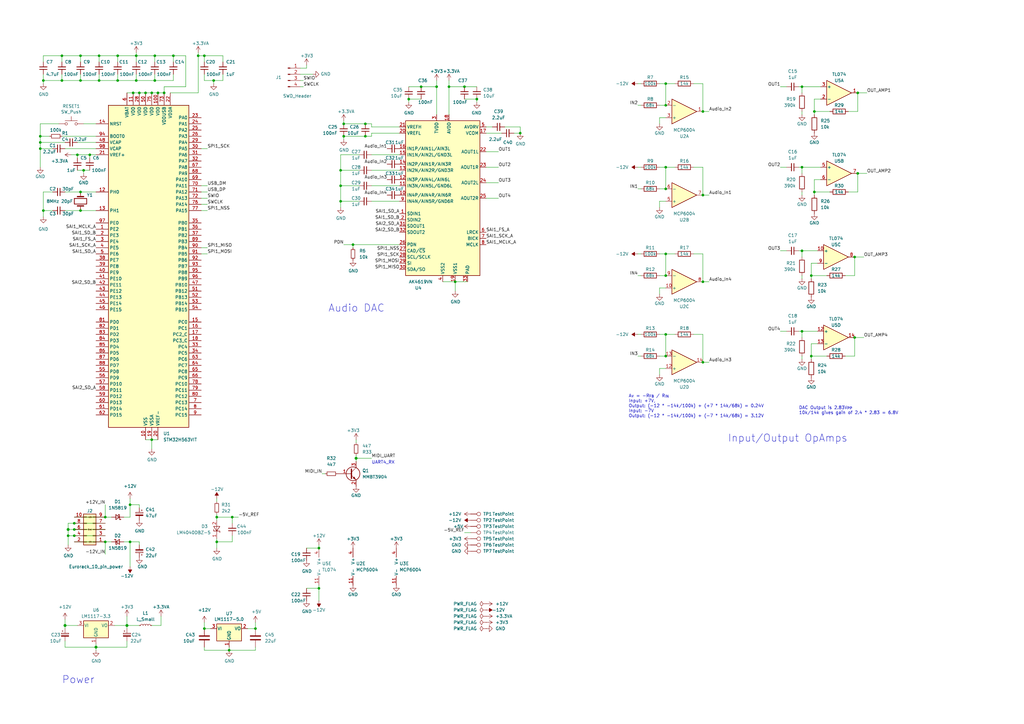
<source format=kicad_sch>
(kicad_sch (version 20230121) (generator eeschema)
  (paper "A3")
  (junction (at 140.97 55.88))
  (junction (at 62.23 38.1))
  (junction (at 455.93 69.85))
  (junction (at 33.02 78.74))
  (junction (at 25.4 22.86))
  (junction (at 351.79 71.12))
  (junction (at 52.07 256.54) (diameter 1.016))
  (junction (at 273.05 77.47))
  (junction (at 16.51 55.88))
  (junction (at 67.31 38.1))
  (junction (at 186.69 115.57))
  (junction (at 40.64 33.02))
  (junction (at 25.4 33.02))
  (junction (at 33.02 86.36))
  (junction (at 53.34 207.01))
  (junction (at 350.52 105.41))
  (junction (at 273.05 68.58))
  (junction (at 213.36 54.61))
  (junction (at 149.86 55.88))
  (junction (at 48.26 22.86))
  (junction (at 57.15 38.1))
  (junction (at 27.94 217.17) (diameter 1.016))
  (junction (at 48.26 33.02))
  (junction (at 31.75 63.5))
  (junction (at 63.5 22.86))
  (junction (at 93.98 266.7))
  (junction (at 43.18 222.25))
  (junction (at 473.71 72.39))
  (junction (at 139.7 76.2))
  (junction (at 273.05 104.14))
  (junction (at 288.29 80.01))
  (junction (at 33.02 33.02))
  (junction (at 26.67 256.54) (diameter 1.016))
  (junction (at 88.9 222.25))
  (junction (at 334.01 78.74))
  (junction (at 351.79 38.1))
  (junction (at 40.64 22.86))
  (junction (at 172.72 35.56))
  (junction (at 130.81 241.3))
  (junction (at 34.29 69.85))
  (junction (at 288.29 115.57))
  (junction (at 43.18 212.09))
  (junction (at 332.74 113.03))
  (junction (at 71.12 22.86))
  (junction (at 146.05 187.96) (diameter 1.016))
  (junction (at 328.93 135.89))
  (junction (at 350.52 138.43))
  (junction (at 184.15 35.56))
  (junction (at 334.01 45.72))
  (junction (at 455.93 63.5))
  (junction (at 466.09 31.75))
  (junction (at 17.78 86.36))
  (junction (at 328.93 102.87))
  (junction (at 16.51 58.42))
  (junction (at 55.88 33.02))
  (junction (at 139.7 69.85))
  (junction (at 195.58 40.64))
  (junction (at 273.05 34.29))
  (junction (at 88.9 212.09))
  (junction (at 328.93 68.58))
  (junction (at 54.61 38.1))
  (junction (at 39.37 265.43) (diameter 1.016))
  (junction (at 332.74 146.05))
  (junction (at 104.775 257.81))
  (junction (at 273.05 113.03))
  (junction (at 81.28 22.86))
  (junction (at 87.63 33.02))
  (junction (at 139.7 82.55))
  (junction (at 55.88 22.86))
  (junction (at 167.64 40.64))
  (junction (at 130.81 224.79))
  (junction (at 33.02 22.86))
  (junction (at 53.34 222.25))
  (junction (at 140.97 50.8))
  (junction (at 288.29 148.59))
  (junction (at 288.29 45.72))
  (junction (at 36.83 63.5))
  (junction (at 273.05 146.05))
  (junction (at 17.78 33.02))
  (junction (at 83.82 22.86))
  (junction (at 273.05 137.16))
  (junction (at 95.25 212.09))
  (junction (at 62.23 180.34))
  (junction (at 83.82 257.81))
  (junction (at 144.78 100.33))
  (junction (at 190.5 35.56))
  (junction (at 64.77 38.1))
  (junction (at 273.05 43.18))
  (junction (at 328.93 35.56))
  (junction (at 149.86 50.8))
  (junction (at 59.69 38.1))
  (junction (at 63.5 33.02))
  (junction (at 30.48 219.71))
  (junction (at 16.51 60.96))
  (junction (at 27.94 219.71))
  (junction (at 30.48 214.63))
  (junction (at 30.48 217.17))
  (junction (at 179.07 35.56))
  (wire (pts (xy 53.34 222.25) (xy 57.15 222.25)))
  (wire (pts (xy 24.13 50.8) (xy 16.51 50.8)))
  (wire (pts (xy 40.64 33.02) (xy 48.26 33.02)))
  (wire (pts (xy 82.55 83.82) (xy 85.09 83.82)))
  (wire (pts (xy 59.69 38.1) (xy 62.23 38.1)))
  (wire (pts (xy 167.64 35.56) (xy 172.72 35.56)))
  (wire (pts (xy 284.48 104.14) (xy 288.29 104.14)))
  (wire (pts (xy 288.29 80.01) (xy 290.83 80.01)))
  (wire (pts (xy 328.93 71.12) (xy 328.93 68.58)))
  (wire (pts (xy 334.01 73.66) (xy 336.55 73.66)))
  (wire (pts (xy 328.93 135.89) (xy 335.28 135.89)))
  (wire (pts (xy 466.09 31.75) (xy 466.09 20.32)))
  (wire (pts (xy 270.51 82.55) (xy 270.51 85.09)))
  (wire (pts (xy 327.66 135.89) (xy 328.93 135.89)))
  (wire (pts (xy 270.51 68.58) (xy 273.05 68.58)))
  (wire (pts (xy 350.52 138.43) (xy 350.52 146.05)))
  (wire (pts (xy 25.4 25.4) (xy 25.4 22.86)))
  (wire (pts (xy 17.78 33.02) (xy 25.4 33.02)))
  (wire (pts (xy 328.93 46.99) (xy 328.93 45.72)))
  (wire (pts (xy 26.67 265.43) (xy 39.37 265.43)))
  (wire (pts (xy 347.98 78.74) (xy 351.79 78.74)))
  (wire (pts (xy 288.29 45.72) (xy 290.83 45.72)))
  (wire (pts (xy 270.51 48.26) (xy 270.51 50.8)))
  (wire (pts (xy 31.75 69.85) (xy 34.29 69.85)))
  (wire (pts (xy 83.82 25.4) (xy 83.82 22.86)))
  (wire (pts (xy 27.94 217.17) (xy 27.94 219.71)))
  (wire (pts (xy 152.4 50.8) (xy 152.4 52.07)))
  (wire (pts (xy 52.07 256.54) (xy 57.15 256.54)))
  (wire (pts (xy 25.4 33.02) (xy 33.02 33.02)))
  (wire (pts (xy 288.29 68.58) (xy 288.29 80.01)))
  (wire (pts (xy 48.26 33.02) (xy 55.88 33.02)))
  (wire (pts (xy 139.7 69.85) (xy 147.32 69.85)))
  (wire (pts (xy 327.66 68.58) (xy 328.93 68.58)))
  (wire (pts (xy 454.66 63.5) (xy 455.93 63.5)))
  (wire (pts (xy 152.4 52.07) (xy 163.83 52.07)))
  (wire (pts (xy 95.25 214.63) (xy 95.25 212.09)))
  (wire (pts (xy 33.02 25.4) (xy 33.02 22.86)))
  (wire (pts (xy 83.82 22.86) (xy 81.28 22.86)))
  (wire (pts (xy 195.58 40.64) (xy 190.5 40.64)))
  (wire (pts (xy 27.94 214.63) (xy 30.48 214.63)))
  (wire (pts (xy 199.39 74.93) (xy 204.47 74.93)))
  (wire (pts (xy 320.04 135.89) (xy 322.58 135.89)))
  (wire (pts (xy 52.07 256.54) (xy 52.07 252.73)))
  (wire (pts (xy 146.05 186.69) (xy 146.05 187.96)))
  (wire (pts (xy 36.83 63.5) (xy 36.83 64.77)))
  (wire (pts (xy 33.02 86.36) (xy 39.37 86.36)))
  (wire (pts (xy 146.05 180.34) (xy 146.05 181.61)))
  (wire (pts (xy 48.26 22.86) (xy 55.88 22.86)))
  (wire (pts (xy 36.83 63.5) (xy 39.37 63.5)))
  (wire (pts (xy 261.62 113.03) (xy 262.89 113.03)))
  (wire (pts (xy 83.82 257.81) (xy 86.36 257.81)))
  (wire (pts (xy 69.85 38.1) (xy 81.28 38.1)))
  (wire (pts (xy 39.37 78.74) (xy 33.02 78.74)))
  (wire (pts (xy 139.7 82.55) (xy 139.7 85.09)))
  (wire (pts (xy 334.01 78.74) (xy 334.01 80.01)))
  (wire (pts (xy 327.66 102.87) (xy 328.93 102.87)))
  (wire (pts (xy 34.29 69.85) (xy 36.83 69.85)))
  (wire (pts (xy 34.29 71.12) (xy 34.29 69.85)))
  (wire (pts (xy 17.78 22.86) (xy 25.4 22.86)))
  (wire (pts (xy 273.05 48.26) (xy 270.51 48.26)))
  (wire (pts (xy 31.75 63.5) (xy 36.83 63.5)))
  (wire (pts (xy 332.74 113.03) (xy 332.74 107.95)))
  (wire (pts (xy 328.93 138.43) (xy 328.93 135.89)))
  (wire (pts (xy 351.79 38.1) (xy 351.79 45.72)))
  (wire (pts (xy 39.37 264.16) (xy 39.37 265.43)))
  (wire (pts (xy 50.8 212.09) (xy 53.34 212.09)))
  (wire (pts (xy 288.29 148.59) (xy 290.83 148.59)))
  (wire (pts (xy 447.04 63.5) (xy 444.5 63.5)))
  (wire (pts (xy 83.82 266.7) (xy 93.98 266.7)))
  (wire (pts (xy 455.93 74.93) (xy 457.2 74.93)))
  (wire (pts (xy 125.73 241.3) (xy 130.81 241.3)))
  (wire (pts (xy 332.74 146.05) (xy 332.74 140.97)))
  (wire (pts (xy 328.93 35.56) (xy 336.55 35.56)))
  (wire (pts (xy 270.51 34.29) (xy 273.05 34.29)))
  (wire (pts (xy 130.81 241.3) (xy 130.81 240.03)))
  (wire (pts (xy 261.62 137.16) (xy 262.89 137.16)))
  (wire (pts (xy 125.73 27.94) (xy 125.73 26.67)))
  (wire (pts (xy 339.09 146.05) (xy 332.74 146.05)))
  (wire (pts (xy 85.09 104.14) (xy 82.55 104.14)))
  (wire (pts (xy 149.86 50.8) (xy 152.4 50.8)))
  (wire (pts (xy 261.62 77.47) (xy 262.89 77.47)))
  (wire (pts (xy 181.61 115.57) (xy 186.69 115.57)))
  (wire (pts (xy 85.09 76.2) (xy 82.55 76.2)))
  (wire (pts (xy 172.72 35.56) (xy 179.07 35.56)))
  (wire (pts (xy 332.74 146.05) (xy 332.74 147.32)))
  (wire (pts (xy 33.02 33.02) (xy 33.02 30.48)))
  (wire (pts (xy 270.51 104.14) (xy 273.05 104.14)))
  (wire (pts (xy 52.07 265.43) (xy 52.07 262.89)))
  (wire (pts (xy 186.69 115.57) (xy 186.69 119.38)))
  (wire (pts (xy 328.93 102.87) (xy 335.28 102.87)))
  (wire (pts (xy 146.05 187.96) (xy 146.05 189.23)))
  (wire (pts (xy 87.63 33.02) (xy 91.44 33.02)))
  (wire (pts (xy 213.36 52.07) (xy 213.36 54.61)))
  (wire (pts (xy 50.8 222.25) (xy 53.34 222.25)))
  (wire (pts (xy 26.67 256.54) (xy 31.75 256.54)))
  (wire (pts (xy 190.5 35.56) (xy 184.15 35.56)))
  (wire (pts (xy 347.98 45.72) (xy 351.79 45.72)))
  (wire (pts (xy 123.19 33.02) (xy 124.46 33.02)))
  (wire (pts (xy 328.93 105.41) (xy 328.93 102.87)))
  (wire (pts (xy 328.93 80.01) (xy 328.93 78.74)))
  (wire (pts (xy 83.82 255.27) (xy 83.82 257.81)))
  (wire (pts (xy 152.4 55.88) (xy 152.4 54.61)))
  (wire (pts (xy 195.58 41.91) (xy 195.58 40.64)))
  (wire (pts (xy 25.4 55.88) (xy 39.37 55.88)))
  (wire (pts (xy 276.86 34.29) (xy 273.05 34.29)))
  (wire (pts (xy 48.26 25.4) (xy 48.26 22.86)))
  (wire (pts (xy 273.05 34.29) (xy 273.05 43.18)))
  (wire (pts (xy 273.05 118.11) (xy 270.51 118.11)))
  (wire (pts (xy 27.94 219.71) (xy 30.48 219.71)))
  (wire (pts (xy 83.82 265.43) (xy 83.82 266.7)))
  (wire (pts (xy 81.28 21.59) (xy 81.28 22.86)))
  (wire (pts (xy 17.78 78.74) (xy 17.78 86.36)))
  (wire (pts (xy 140.97 49.53) (xy 140.97 50.8)))
  (wire (pts (xy 284.48 34.29) (xy 288.29 34.29)))
  (wire (pts (xy 88.9 210.82) (xy 88.9 212.09)))
  (wire (pts (xy 261.62 104.14) (xy 262.89 104.14)))
  (wire (pts (xy 152.4 82.55) (xy 163.83 82.55)))
  (wire (pts (xy 26.67 262.89) (xy 26.67 265.43)))
  (wire (pts (xy 167.64 41.91) (xy 167.64 40.64)))
  (wire (pts (xy 64.77 38.1) (xy 67.31 38.1)))
  (wire (pts (xy 26.67 86.36) (xy 33.02 86.36)))
  (wire (pts (xy 130.81 246.38) (xy 130.81 241.3)))
  (wire (pts (xy 276.86 137.16) (xy 273.05 137.16)))
  (wire (pts (xy 328.93 38.1) (xy 328.93 35.56)))
  (wire (pts (xy 71.12 25.4) (xy 71.12 22.86)))
  (wire (pts (xy 450.85 20.32) (xy 466.09 20.32)))
  (wire (pts (xy 54.61 38.1) (xy 57.15 38.1)))
  (wire (pts (xy 199.39 54.61) (xy 205.74 54.61)))
  (wire (pts (xy 55.88 25.4) (xy 55.88 22.86)))
  (wire (pts (xy 39.37 265.43) (xy 52.07 265.43)))
  (wire (pts (xy 27.94 214.63) (xy 27.94 217.17)))
  (wire (pts (xy 17.78 25.4) (xy 17.78 22.86)))
  (wire (pts (xy 152.4 76.2) (xy 163.83 76.2)))
  (wire (pts (xy 40.64 25.4) (xy 40.64 22.86)))
  (wire (pts (xy 146.05 187.96) (xy 152.4 187.96)))
  (wire (pts (xy 130.81 223.52) (xy 130.81 224.79)))
  (wire (pts (xy 82.55 81.28) (xy 85.09 81.28)))
  (wire (pts (xy 328.93 147.32) (xy 328.93 146.05)))
  (wire (pts (xy 31.75 64.77) (xy 31.75 63.5)))
  (wire (pts (xy 16.51 50.8) (xy 16.51 55.88)))
  (wire (pts (xy 66.04 256.54) (xy 66.04 252.73)))
  (wire (pts (xy 76.2 35.56) (xy 67.31 35.56)))
  (wire (pts (xy 184.15 35.56) (xy 184.15 46.99)))
  (wire (pts (xy 125.73 224.79) (xy 130.81 224.79)))
  (wire (pts (xy 288.29 104.14) (xy 288.29 115.57)))
  (wire (pts (xy 199.39 81.28) (xy 204.47 81.28)))
  (wire (pts (xy 140.97 55.88) (xy 140.97 57.15)))
  (wire (pts (xy 334.01 78.74) (xy 334.01 73.66)))
  (wire (pts (xy 273.05 137.16) (xy 273.05 146.05)))
  (wire (pts (xy 284.48 68.58) (xy 288.29 68.58)))
  (wire (pts (xy 327.66 35.56) (xy 328.93 35.56)))
  (wire (pts (xy 469.9 31.75) (xy 466.09 31.75)))
  (wire (pts (xy 140.97 55.88) (xy 149.86 55.88)))
  (wire (pts (xy 85.09 101.6) (xy 82.55 101.6)))
  (wire (pts (xy 210.82 54.61) (xy 213.36 54.61)))
  (wire (pts (xy 91.44 33.02) (xy 91.44 30.48)))
  (wire (pts (xy 320.04 68.58) (xy 322.58 68.58)))
  (wire (pts (xy 67.31 35.56) (xy 67.31 38.1)))
  (wire (pts (xy 190.5 218.44) (xy 193.04 218.44)))
  (wire (pts (xy 43.18 222.25) (xy 45.72 222.25)))
  (wire (pts (xy 445.77 57.15) (xy 447.04 57.15)))
  (wire (pts (xy 270.51 82.55) (xy 273.05 82.55)))
  (wire (pts (xy 93.98 265.43) (xy 93.98 266.7)))
  (wire (pts (xy 152.4 54.61) (xy 163.83 54.61)))
  (wire (pts (xy 351.79 38.1) (xy 355.6 38.1)))
  (wire (pts (xy 473.71 63.5) (xy 473.71 72.39)))
  (wire (pts (xy 25.4 33.02) (xy 25.4 30.48)))
  (wire (pts (xy 81.28 22.86) (xy 81.28 38.1)))
  (wire (pts (xy 63.5 25.4) (xy 63.5 22.86)))
  (wire (pts (xy 346.71 113.03) (xy 350.52 113.03)))
  (wire (pts (xy 88.9 204.47) (xy 88.9 205.74)))
  (wire (pts (xy 179.07 35.56) (xy 179.07 46.99)))
  (wire (pts (xy 455.93 57.15) (xy 455.93 63.5)))
  (wire (pts (xy 261.62 146.05) (xy 262.89 146.05)))
  (wire (pts (xy 199.39 52.07) (xy 201.93 52.07)))
  (wire (pts (xy 39.37 58.42) (xy 31.75 58.42)))
  (wire (pts (xy 26.67 254) (xy 26.67 256.54)))
  (wire (pts (xy 139.7 76.2) (xy 147.32 76.2)))
  (wire (pts (xy 468.63 63.5) (xy 473.71 63.5)))
  (wire (pts (xy 53.34 207.01) (xy 53.34 212.09)))
  (wire (pts (xy 454.66 69.85) (xy 455.93 69.85)))
  (wire (pts (xy 273.05 104.14) (xy 273.05 113.03)))
  (wire (pts (xy 139.7 69.85) (xy 139.7 76.2)))
  (wire (pts (xy 455.93 63.5) (xy 461.01 63.5)))
  (wire (pts (xy 123.19 27.94) (xy 125.73 27.94)))
  (wire (pts (xy 30.48 214.63) (xy 43.18 214.63)))
  (wire (pts (xy 455.93 77.47) (xy 455.93 74.93)))
  (wire (pts (xy 454.66 57.15) (xy 455.93 57.15)))
  (wire (pts (xy 132.08 194.31) (xy 133.35 194.31)))
  (wire (pts (xy 261.62 34.29) (xy 262.89 34.29)))
  (wire (pts (xy 55.88 22.86) (xy 63.5 22.86)))
  (wire (pts (xy 88.9 220.98) (xy 88.9 222.25)))
  (wire (pts (xy 34.29 50.8) (xy 39.37 50.8)))
  (wire (pts (xy 152.4 69.85) (xy 163.83 69.85)))
  (wire (pts (xy 270.51 77.47) (xy 273.05 77.47)))
  (wire (pts (xy 27.94 219.71) (xy 27.94 223.52)))
  (wire (pts (xy 261.62 43.18) (xy 262.89 43.18)))
  (wire (pts (xy 71.12 30.48) (xy 71.12 33.02)))
  (wire (pts (xy 30.48 212.09) (xy 43.18 212.09)))
  (wire (pts (xy 17.78 86.36) (xy 17.78 88.9)))
  (wire (pts (xy 350.52 105.41) (xy 350.52 113.03)))
  (wire (pts (xy 21.59 60.96) (xy 16.51 60.96)))
  (wire (pts (xy 27.94 217.17) (xy 30.48 217.17)))
  (wire (pts (xy 334.01 45.72) (xy 334.01 40.64)))
  (wire (pts (xy 199.39 62.23) (xy 204.47 62.23)))
  (wire (pts (xy 76.2 22.86) (xy 76.2 35.56)))
  (wire (pts (xy 473.71 72.39) (xy 472.44 72.39)))
  (wire (pts (xy 88.9 222.25) (xy 95.25 222.25)))
  (wire (pts (xy 152.4 63.5) (xy 163.83 63.5)))
  (wire (pts (xy 447.04 69.85) (xy 445.77 69.85)))
  (wire (pts (xy 55.88 30.48) (xy 55.88 33.02)))
  (wire (pts (xy 139.7 76.2) (xy 139.7 82.55)))
  (wire (pts (xy 104.775 255.27) (xy 104.775 257.81)))
  (wire (pts (xy 52.07 38.1) (xy 54.61 38.1)))
  (wire (pts (xy 270.51 137.16) (xy 273.05 137.16)))
  (wire (pts (xy 328.93 68.58) (xy 336.55 68.58)))
  (wire (pts (xy 473.71 72.39) (xy 476.25 72.39)))
  (wire (pts (xy 320.04 102.87) (xy 322.58 102.87)))
  (wire (pts (xy 199.39 68.58) (xy 204.47 68.58)))
  (wire (pts (xy 52.07 256.54) (xy 52.07 257.81)))
  (wire (pts (xy 16.51 58.42) (xy 16.51 60.96)))
  (wire (pts (xy 340.36 78.74) (xy 334.01 78.74)))
  (wire (pts (xy 273.05 151.13) (xy 270.51 151.13)))
  (wire (pts (xy 186.69 115.57) (xy 191.77 115.57)))
  (wire (pts (xy 139.7 63.5) (xy 147.32 63.5)))
  (wire (pts (xy 17.78 30.48) (xy 17.78 33.02)))
  (wire (pts (xy 270.51 43.18) (xy 273.05 43.18)))
  (wire (pts (xy 25.4 22.86) (xy 33.02 22.86)))
  (wire (pts (xy 62.23 38.1) (xy 64.77 38.1)))
  (wire (pts (xy 93.98 266.7) (xy 104.775 266.7)))
  (wire (pts (xy 139.7 82.55) (xy 147.32 82.55)))
  (wire (pts (xy 288.29 137.16) (xy 288.29 148.59)))
  (wire (pts (xy 43.18 212.09) (xy 45.72 212.09)))
  (wire (pts (xy 328.93 114.3) (xy 328.93 113.03)))
  (wire (pts (xy 447.04 34.29) (xy 450.85 34.29)))
  (wire (pts (xy 55.88 21.59) (xy 55.88 22.86)))
  (wire (pts (xy 97.79 212.09) (xy 95.25 212.09)))
  (wire (pts (xy 334.01 45.72) (xy 334.01 46.99)))
  (wire (pts (xy 88.9 222.25) (xy 88.9 224.79)))
  (wire (pts (xy 16.51 60.96) (xy 16.51 68.58)))
  (wire (pts (xy 91.44 25.4) (xy 91.44 22.86)))
  (wire (pts (xy 62.23 180.34) (xy 62.23 184.15)))
  (wire (pts (xy 334.01 40.64) (xy 336.55 40.64)))
  (wire (pts (xy 39.37 60.96) (xy 26.67 60.96)))
  (wire (pts (xy 95.25 212.09) (xy 88.9 212.09)))
  (wire (pts (xy 340.36 45.72) (xy 334.01 45.72)))
  (wire (pts (xy 29.21 63.5) (xy 31.75 63.5)))
  (wire (pts (xy 140.97 100.33) (xy 144.78 100.33)))
  (wire (pts (xy 320.04 35.56) (xy 322.58 35.56)))
  (wire (pts (xy 55.88 33.02) (xy 63.5 33.02)))
  (wire (pts (xy 63.5 22.86) (xy 71.12 22.86)))
  (wire (pts (xy 87.63 34.29) (xy 87.63 33.02)))
  (wire (pts (xy 450.85 20.32) (xy 450.85 29.21)))
  (wire (pts (xy 16.51 55.88) (xy 16.51 58.42)))
  (wire (pts (xy 351.79 71.12) (xy 351.79 78.74)))
  (wire (pts (xy 270.51 146.05) (xy 273.05 146.05)))
  (wire (pts (xy 85.09 86.36) (xy 82.55 86.36)))
  (wire (pts (xy 144.78 101.6) (xy 144.78 100.33)))
  (wire (pts (xy 63.5 33.02) (xy 63.5 30.48)))
  (wire (pts (xy 43.18 222.25) (xy 43.18 227.33)))
  (wire (pts (xy 16.51 58.42) (xy 26.67 58.42)))
  (wire (pts (xy 57.15 223.52) (xy 57.15 222.25)))
  (wire (pts (xy 270.51 118.11) (xy 270.51 120.65)))
  (wire (pts (xy 40.64 22.86) (xy 48.26 22.86)))
  (wire (pts (xy 339.09 113.03) (xy 332.74 113.03)))
  (wire (pts (xy 26.67 78.74) (xy 33.02 78.74)))
  (wire (pts (xy 48.26 30.48) (xy 48.26 33.02)))
  (wire (pts (xy 332.74 140.97) (xy 335.28 140.97)))
  (wire (pts (xy 101.6 257.81) (xy 104.775 257.81)))
  (wire (pts (xy 270.51 113.03) (xy 273.05 113.03)))
  (wire (pts (xy 71.12 22.86) (xy 76.2 22.86)))
  (wire (pts (xy 85.09 60.96) (xy 82.55 60.96)))
  (wire (pts (xy 332.74 107.95) (xy 335.28 107.95)))
  (wire (pts (xy 46.99 256.54) (xy 52.07 256.54)))
  (wire (pts (xy 30.48 217.17) (xy 43.18 217.17)))
  (wire (pts (xy 53.34 204.47) (xy 53.34 207.01)))
  (wire (pts (xy 350.52 105.41) (xy 354.33 105.41)))
  (wire (pts (xy 332.74 113.03) (xy 332.74 114.3)))
  (wire (pts (xy 57.15 38.1) (xy 59.69 38.1)))
  (wire (pts (xy 276.86 68.58) (xy 273.05 68.58)))
  (wire (pts (xy 351.79 71.12) (xy 355.6 71.12)))
  (wire (pts (xy 124.46 35.56) (xy 123.19 35.56)))
  (wire (pts (xy 53.34 222.25) (xy 53.34 232.41)))
  (wire (pts (xy 350.52 138.43) (xy 354.33 138.43)))
  (wire (pts (xy 57.15 208.28) (xy 57.15 207.01)))
  (wire (pts (xy 83.82 30.48) (xy 83.82 33.02)))
  (wire (pts (xy 455.93 69.85) (xy 455.93 63.5)))
  (wire (pts (xy 139.7 63.5) (xy 139.7 69.85)))
  (wire (pts (xy 88.9 212.09) (xy 88.9 213.36)))
  (wire (pts (xy 62.23 256.54) (xy 66.04 256.54)))
  (wire (pts (xy 207.01 52.07) (xy 213.36 52.07)))
  (wire (pts (xy 276.86 104.14) (xy 273.05 104.14)))
  (wire (pts (xy 288.29 115.57) (xy 290.83 115.57)))
  (wire (pts (xy 59.69 180.34) (xy 62.23 180.34)))
  (wire (pts (xy 17.78 34.29) (xy 17.78 33.02)))
  (wire (pts (xy 43.18 207.01) (xy 43.18 212.09)))
  (wire (pts (xy 455.93 69.85) (xy 457.2 69.85)))
  (wire (pts (xy 53.34 207.01) (xy 57.15 207.01)))
  (wire (pts (xy 123.19 30.48) (xy 128.27 30.48)))
  (wire (pts (xy 179.07 33.02) (xy 179.07 35.56)))
  (wire (pts (xy 273.05 68.58) (xy 273.05 77.47)))
  (wire (pts (xy 346.71 146.05) (xy 350.52 146.05)))
  (wire (pts (xy 39.37 265.43) (xy 39.37 266.7)))
  (wire (pts (xy 284.48 137.16) (xy 288.29 137.16)))
  (wire (pts (xy 149.86 55.88) (xy 152.4 55.88)))
  (wire (pts (xy 195.58 35.56) (xy 190.5 35.56)))
  (wire (pts (xy 33.02 33.02) (xy 40.64 33.02)))
  (wire (pts (xy 261.62 68.58) (xy 262.89 68.58)))
  (wire (pts (xy 20.32 55.88) (xy 16.51 55.88)))
  (wire (pts (xy 30.48 219.71) (xy 43.18 219.71)))
  (wire (pts (xy 83.82 22.86) (xy 91.44 22.86)))
  (wire (pts (xy 184.15 33.02) (xy 184.15 35.56)))
  (wire (pts (xy 21.59 78.74) (xy 17.78 78.74)))
  (wire (pts (xy 144.78 100.33) (xy 163.83 100.33)))
  (wire (pts (xy 104.775 265.43) (xy 104.775 266.7)))
  (wire (pts (xy 85.09 78.74) (xy 82.55 78.74)))
  (wire (pts (xy 167.64 40.64) (xy 172.72 40.64)))
  (wire (pts (xy 288.29 34.29) (xy 288.29 45.72)))
  (wire (pts (xy 95.25 222.25) (xy 95.25 219.71)))
  (wire (pts (xy 33.02 22.86) (xy 40.64 22.86)))
  (wire (pts (xy 270.51 151.13) (xy 270.51 153.67)))
  (wire (pts (xy 83.82 33.02) (xy 87.63 33.02)))
  (wire (pts (xy 63.5 33.02) (xy 71.12 33.02)))
  (wire (pts (xy 17.78 86.36) (xy 21.59 86.36)))
  (wire (pts (xy 62.23 180.34) (xy 64.77 180.34)))
  (wire (pts (xy 26.67 256.54) (xy 26.67 257.81)))
  (wire (pts (xy 40.64 30.48) (xy 40.64 33.02)))
  (wire (pts (xy 140.97 50.8) (xy 149.86 50.8)))
  (wire (pts (xy 30.48 222.25) (xy 43.18 222.25)))
  (text "ADC\n\nPA0 ADC12_INP0\nPA1 ADC12_INP1\nPA2 ADC12_INP14\nPA3 ADC12_INP15\nPA4 ADC12_INP18 (DAC1_OUT1)\nPA5 ADC12_INP19 (DAC1_OUT2)\nPA6 ADC12_INP3\nPA7 ADC12_INP7\n\nPB0 ADC12_INP9\nPB1 ADC12_INP5\n\nPC0 ADC12_INP10\nPC1 ADC12_INP11\nPC2 ADC12_INP12\nPC3 ADC12_INP13\nPC4 ADC12_INP4\nPC5 ADC12_INP8" (at -36.83 58.42 0) (effects (font (size 1.27 1.27)) (justify left bottom)))
  (text "Power" (at 25.4 280.67 0) (effects (font (size 3 3)) (justify left bottom)))
  (text "Input/Output OpAmps" (at 298.45 181.61 0) (effects (font (size 3 3)) (justify left bottom)))
  (text "Audio DAC" (at 134.62 128.27 0) (effects (font (size 3 3)) (justify left bottom)))
  (text "UART4_RX" (at 152.4 190.5 0) (effects (font (size 1.27 1.27)) (justify left bottom)))
  (text "SAI \n\nPA0  SAI2_SD_B\nPA1  SAI2_MCLK_B\nPA2  SAI2_SCK_B\nPA3  SAI1_SD_B\nPA12 SAI2_FS_B\n\nPB2  SAI1_SD_A\n\nPC0  SAI1_MCLK_A SAI2_FS_B\nPC1  SAI1_SD_A SAI2_SD_A\nPC5  SAI1_FS_A\nPC6  SAI1_SCK_A\n\nPD6  SAI1_SD_A\nPD11 SAI2_SD_A\nPD12 SAI2_FS_A\nPD13 SAI2_SCK_A\n\nPE0  SAI2_MCLK_A\nPE2  SAI1_MCLK_A\nPE3  SAI1_SD_B\nPE4  SAI1_FS_A\nPE5  SAI1_SCK_A\nPE6  SAI1_SD_A\nPE11 SAI2_SD_B\nPE12 SAI2_SCK_B\nPE13 SAI2_FS_B\nPE14 SAI2_MCLK_B" (at -36.83 125.73 0) (effects (font (size 1.27 1.27)) (justify left bottom)))
  (text "POT Full scale: 3.3V \nCV Full scale: 6.4V" (at 469.9 59.69 0) (effects (font (size 1.27 1.27)) (justify left bottom)))
  (text "DAC Output is 2.83V_{PP}\n10k/14k gives gain of 2.4 * 2.83 = 6.8V" (at 327.66 170.18 0) (effects (font (size 1.27 1.27)) (justify left bottom)))
  (text "Av = -R_{FB} / R_{IN}\nInput: +7V, \nOutput: (-12 * -14k/100k) + (+7 * 14k/68k) = 0.24V\nInput: -7V\nOutput: (-12 * -14k/100k) + (-7 * 14k/68k) = 3.12V" (at 257.81 171.45 0) (effects (font (size 1.27 1.27)) (justify left bottom)))
  (label "SPI1_MISO" (at 163.83 110.49 180))
  (label "SAI1_SCK_A" (at 199.39 97.79 0))
  (label "SPI1_NSS" (at 85.09 86.36 0))
  (label "IN2" (at 261.62 43.18 180))
  (label "IN3" (at 261.62 146.05 180))
  (label "OUT_AMP4" (at 354.33 138.43 0))
  (label "-5V_REF" (at 97.79 212.09 0))
  (label "MIDI_IN" (at 132.08 194.31 180))
  (label "OUT1" (at 320.04 35.56 180))
  (label "OUT1" (at 204.47 62.23 0))
  (label "SAI1_SCK_A" (at 39.37 101.6 180))
  (label "SWIO" (at 124.46 33.02 0))
  (label "Audio_In4" (at 158.75 80.01 180))
  (label "SAI1_MCLK_A" (at 199.39 100.33 0))
  (label "IN4" (at 261.62 113.03 180))
  (label "SWCLK" (at 124.46 35.56 0))
  (label "MIX_CV" (at 444.5 63.5 180))
  (label "USB_DM" (at 85.09 76.2 0))
  (label "MIDI_UART" (at 152.4 187.96 0))
  (label "SPI1_MOSI" (at 163.83 107.95 180))
  (label "-5V_REF" (at 190.5 218.44 180))
  (label "OUT_AMP2" (at 355.6 71.12 0))
  (label "-5V_REF" (at 445.77 57.15 180))
  (label "OUT3" (at 320.04 102.87 180))
  (label "WET_DRY_MIX" (at 476.25 72.39 0))
  (label "OUT3" (at 204.47 74.93 0))
  (label "OUT_AMP3" (at 354.33 105.41 0))
  (label "CLOCK" (at 447.04 34.29 180))
  (label "OUT2" (at 320.04 68.58 180))
  (label "SWCLK" (at 85.09 83.82 0))
  (label "-12V_IN" (at 43.18 227.33 180))
  (label "USB_DP" (at 85.09 78.74 0))
  (label "Audio_In2" (at 158.75 67.31 180))
  (label "IN1" (at 261.62 77.47 180))
  (label "Audio_In1" (at 290.83 80.01 0))
  (label "Audio_In1" (at 158.75 60.96 180))
  (label "SPI1_MOSI" (at 85.09 104.14 0))
  (label "SAI1_SD_B" (at 39.37 96.52 180))
  (label "Audio_In4" (at 290.83 115.57 0))
  (label "SWIO" (at 85.09 81.28 0))
  (label "+12V_IN" (at 43.18 207.01 180))
  (label "SPI1_SCK" (at 163.83 105.41 180))
  (label "Audio_In2" (at 290.83 45.72 0))
  (label "PDN" (at 140.97 100.33 180))
  (label "SPI1_SCK" (at 85.09 60.96 0))
  (label "SAI1_MCLK_A" (at 39.37 93.98 180))
  (label "SPI1_MISO" (at 85.09 101.6 0))
  (label "OUT4" (at 320.04 135.89 180))
  (label "OUT_AMP1" (at 355.6 38.1 0))
  (label "SAI1_SD_A" (at 163.83 87.63 180))
  (label "SAI1_FS_A" (at 39.37 99.06 180))
  (label "Audio_In3" (at 290.83 148.59 0))
  (label "SAI2_SD_A" (at 163.83 92.71 180))
  (label "OUT2" (at 204.47 68.58 0))
  (label "CLOCK_SCALED" (at 469.9 31.75 0))
  (label "SPI1_NSS" (at 163.83 102.87 180))
  (label "OUT4" (at 204.47 81.28 0))
  (label "SAI2_SD_B" (at 39.37 116.84 180))
  (label "SAI2_SD_A" (at 39.37 160.02 180))
  (label "Audio_In3" (at 158.75 73.66 180))
  (label "SAI1_FS_A" (at 199.39 95.25 0))
  (label "SAI1_SD_B" (at 163.83 90.17 180))
  (label "SAI1_SD_A" (at 39.37 104.14 180))
  (label "MIX_POT" (at 445.77 69.85 180))
  (label "SAI2_SD_B" (at 163.83 95.25 180))
  (symbol (lib_id "power:+3.3V") (at 55.88 21.59 0) (unit 1)
    (property "Reference" "#PWR05" (effects hide))
    (property "Value" "+3.3V" (at 55.88 17.78 0))
  )
  (symbol (lib_id "power:PWR_FLAG") (at 199.39 250.19 90) (unit 1)
    (property "Reference" "#FLG02" (effects hide))
    (property "Value" "PWR_FLAG" (at 195.58 250.19 90) (effects (justify left)))
  )
  (symbol (lib_id "Device:R") (at 342.9 146.05 270) (unit 1)
    (property "Reference" "R28" (at 342.9 143.51 90))
    (property "Value" "14k" (at 342.9 146.05 90))
    (property "Footprint" "Resistor_SMD:R_0603_1608Metric_Pad0.98x0.95mm_HandSolder" (effects hide))
    (property "Part_Number" "C23212 " (effects hide))
  )
  (symbol (lib_id "Device:R") (at 266.7 146.05 270) (unit 1)
    (property "Reference" "R14" (at 266.7 143.51 90))
    (property "Value" "68k" (at 266.7 146.05 90))
    (property "Footprint" "Resistor_SMD:R_0603_1608Metric_Pad0.98x0.95mm_HandSolder" (effects hide))
    (property "Part_Number" "C25819" (effects hide))
  )
  (symbol (lib_id "Device:C_Small") (at 125.73 243.84 180) (unit 1)
    (property "Reference" "C22" (at 119.38 243.84 0) (effects (justify right)))
    (property "Value" "100nF" (at 119.38 246.38 0) (effects (justify right)))
    (property "Footprint" "Capacitor_SMD:C_0603_1608Metric_Pad1.08x0.95mm_HandSolder" (effects hide))
  )
  (symbol (lib_id "Device:R") (at 266.7 34.29 270) (unit 1)
    (property "Reference" "R7" (at 266.7 31.75 90))
    (property "Value" "100k" (at 266.7 34.29 90))
    (property "Footprint" "Resistor_SMD:R_0603_1608Metric_Pad0.98x0.95mm_HandSolder" (effects hide))
    (property "Part_Number" "C4184 " (effects hide))
  )
  (symbol (lib_id "power:PWR_FLAG") (at 199.39 252.73 90) (unit 1)
    (property "Reference" "#FLG03" (effects hide))
    (property "Value" "PWR_FLAG" (at 195.58 252.73 90) (effects (justify left)))
  )
  (symbol (lib_id "power:GND") (at 270.51 153.67 0) (unit 1)
    (property "Reference" "#PWR019" (effects hide))
    (property "Value" "GND" (at 270.51 157.48 0))
  )
  (symbol (lib_id "Device:R") (at 334.01 83.82 0) (unit 1)
    (property "Reference" "R26" (at 336.55 82.55 0) (effects (justify left)))
    (property "Value" "10k" (at 336.55 85.09 0) (effects (justify left)))
    (property "Footprint" "Resistor_SMD:R_0603_1608Metric_Pad0.98x0.95mm_HandSolder" (effects hide))
    (property "Part_Number" "C23212 " (effects hide))
  )
  (symbol (lib_id "Device:R") (at 328.93 74.93 0) (unit 1)
    (property "Reference" "R20" (at 326.39 73.66 0) (effects (justify right)))
    (property "Value" "390k" (at 326.39 76.2 0) (effects (justify right)))
    (property "Footprint" "Resistor_SMD:R_0603_1608Metric_Pad0.98x0.95mm_HandSolder" (effects hide))
    (property "Part_Number" "C23212 " (effects hide))
  )
  (symbol (lib_id "Device:C_Small") (at 63.5 27.94 180) (unit 1)
    (property "Reference" "C13" (at 66.04 25.4 0))
    (property "Value" "100nF" (at 67.31 30.48 0))
    (property "Footprint" "Capacitor_SMD:C_0603_1608Metric_Pad1.08x0.95mm_HandSolder" (effects hide))
    (property "Part_Number" "C14663" (effects hide))
  )
  (symbol (lib_id "Device:C_Small") (at 24.13 60.96 270) (unit 1)
    (property "Reference" "C1" (at 21.59 59.69 90))
    (property "Value" "2.2uF" (at 20.32 62.23 90))
    (property "Footprint" "Capacitor_SMD:C_0603_1608Metric_Pad1.08x0.95mm_HandSolder" (effects hide))
    (property "Part_Number" "C23630" (effects hide))
  )
  (symbol (lib_id "Device:R") (at 332.74 151.13 0) (unit 1)
    (property "Reference" "R24" (at 335.28 149.86 0) (effects (justify left)))
    (property "Value" "10k" (at 335.28 152.4 0) (effects (justify left)))
    (property "Footprint" "Resistor_SMD:R_0603_1608Metric_Pad0.98x0.95mm_HandSolder" (effects hide))
    (property "Part_Number" "C23212 " (effects hide))
  )
  (symbol (lib_id "Device:C_Small") (at 190.5 38.1 0) (mirror x) (unit 1)
    (property "Reference" "C37" (at 191.77 33.02 0) (effects (justify right)))
    (property "Value" "100nF" (at 191.77 41.91 0) (effects (justify right)))
    (property "Footprint" "Capacitor_SMD:C_0603_1608Metric_Pad1.08x0.95mm_HandSolder" (effects hide))
  )
  (symbol (lib_id "power:GND") (at 93.98 266.7 0) (unit 1)
    (property "Reference" "#PWR062" (effects hide))
    (property "Value" "GND" (at 94.107 271.0942 0))
  )
  (symbol (lib_id "Device:C_Small") (at 24.13 86.36 270) (unit 1)
    (property "Reference" "C3" (at 21.59 87.63 90))
    (property "Value" "30pF" (at 27.94 87.63 90))
    (property "Footprint" "Capacitor_SMD:C_0603_1608Metric_Pad1.08x0.95mm_HandSolder" (effects hide))
    (property "Part_Number" "C22397" (effects hide))
  )
  (symbol (lib_id "power:-12V") (at 261.62 34.29 90) (unit 1)
    (property "Reference" "#PWR012" (effects hide))
    (property "Value" "-12V" (at 257.81 34.29 90) (effects (justify left)))
  )
  (symbol (lib_id "Device:R") (at 464.82 63.5 270) (unit 1)
    (property "Reference" "R5" (at 464.82 60.96 90))
    (property "Value" "47k" (at 464.82 63.5 90))
    (property "Footprint" "Resistors_SMD:R_0603_HandSoldering" (effects hide))
    (property "Part_Number" "C25819" (effects hide))
  )
  (symbol (lib_id "power:-12V") (at 261.62 68.58 90) (unit 1)
    (property "Reference" "#PWR013" (effects hide))
    (property "Value" "-12V" (at 257.81 68.58 90) (effects (justify left)))
  )
  (symbol (lib_id "Device:C") (at 104.775 261.62 0) (unit 1)
    (property "Reference" "C45" (at 108.585 260.3499 0) (effects (justify left)))
    (property "Value" "22uF" (at 108.585 262.8899 0) (effects (justify left)))
    (property "Footprint" "Capacitor_SMD:CP_Elec_4x5.8" (effects hide))
  )
  (symbol (lib_id "Amplifier_Operational:TL074") (at 344.17 38.1 0) (unit 1)
    (property "Reference" "U5" (at 344.17 33.02 0))
    (property "Value" "TL074" (at 344.17 30.48 0))
    (property "Footprint" "Package_SO:SO-14_3.9x8.65mm_P1.27mm" (effects hide))
    (property "Datasheet" "http://www.ti.com/lit/ds/symlink/tl071.pdf" (effects hide))
  )
  (symbol (lib_id "power:PWR_FLAG") (at 199.39 247.65 90) (unit 1)
    (property "Reference" "#FLG01" (effects hide))
    (property "Value" "PWR_FLAG" (at 195.58 247.65 90) (effects (justify left)))
  )
  (symbol (lib_id "Connector:TestPoint") (at 193.04 213.36 270) (unit 1)
    (property "Reference" "TP2" (at 198.12 213.3599 90) (effects (justify left)))
    (property "Value" "TestPoint" (at 201.93 213.36 90) (effects (justify left)))
    (property "Footprint" "Custom_Footprints:1mm_Test_Point" (effects hide))
  )
  (symbol (lib_id "power:+3.3V") (at 146.05 180.34 0) (unit 1)
    (property "Reference" "#PWR072" (effects hide))
    (property "Value" "+3.3V" (at 142.24 176.53 0) (effects (justify left)))
  )
  (symbol (lib_id "power:GND") (at 195.58 41.91 0) (mirror y) (unit 1)
    (property "Reference" "#PWR029" (effects hide))
    (property "Value" "GND" (at 195.453 46.3042 0))
  )
  (symbol (lib_id "power:GND") (at 193.04 226.06 270) (mirror x) (unit 1)
    (property "Reference" "#PWR069" (effects hide))
    (property "Value" "GND" (at 189.23 226.06 90) (effects (justify right)))
  )
  (symbol (lib_id "Device:R") (at 280.67 137.16 270) (unit 1)
    (property "Reference" "R18" (at 280.67 134.62 90))
    (property "Value" "14k" (at 280.67 137.16 90))
    (property "Footprint" "Resistor_SMD:R_0603_1608Metric_Pad0.98x0.95mm_HandSolder" (effects hide))
    (property "Part_Number" "C23212 " (effects hide))
  )
  (symbol (lib_id "power:GND") (at 193.04 223.52 270) (mirror x) (unit 1)
    (property "Reference" "#PWR068" (effects hide))
    (property "Value" "GND" (at 189.23 223.52 90) (effects (justify right)))
  )
  (symbol (lib_id "power:GND") (at 455.93 77.47 0) (unit 1)
    (property "Reference" "#PWR020" (effects hide))
    (property "Value" "GND" (at 455.93 81.28 0))
  )
  (symbol (lib_id "power:GND") (at 270.51 120.65 0) (unit 1)
    (property "Reference" "#PWR018" (effects hide))
    (property "Value" "GND" (at 270.51 124.46 0))
  )
  (symbol (lib_id "Device:C_Small") (at 40.64 27.94 180) (unit 1)
    (property "Reference" "C10" (at 43.18 25.4 0))
    (property "Value" "100nF" (at 44.45 30.48 0))
    (property "Footprint" "Capacitor_SMD:C_0603_1608Metric_Pad1.08x0.95mm_HandSolder" (effects hide))
    (property "Part_Number" "C14663" (effects hide))
  )
  (symbol (lib_id "Device:C_Small") (at 71.12 27.94 180) (unit 1)
    (property "Reference" "C14" (at 73.66 25.4 0))
    (property "Value" "100nF" (effects hide))
    (property "Footprint" "Capacitor_SMD:C_0603_1608Metric_Pad1.08x0.95mm_HandSolder" (effects hide))
    (property "Part_Number" "C14663" (effects hide))
  )
  (symbol (lib_id "power:+12V") (at 83.82 255.27 0) (unit 1)
    (property "Reference" "#PWR059" (effects hide))
    (property "Value" "+12V" (at 83.82 250.19 0))
  )
  (symbol (lib_id "Device:C") (at 83.82 261.62 0) (unit 1)
    (property "Reference" "C43" (at 80.01 260.3499 0) (effects (justify right)))
    (property "Value" "10uF" (at 80.01 262.8899 0) (effects (justify right)))
    (property "Footprint" "Capacitor_SMD:C_1206_3216Metric" (effects hide))
  )
  (symbol (lib_id "Device:C_Small") (at 17.78 27.94 180) (unit 1)
    (property "Reference" "C7" (at 20.32 25.4 0))
    (property "Value" "4.7uF" (at 21.59 30.48 0))
    (property "Footprint" "Capacitor_SMD:C_0603_1608Metric_Pad1.08x0.95mm_HandSolder" (effects hide))
    (property "Part_Number" "C14663" (effects hide))
  )
  (symbol (lib_id "power:GND") (at 34.29 71.12 0) (unit 1)
    (property "Reference" "#PWR04" (effects hide))
    (property "Value" "GND" (at 34.29 74.93 0))
  )
  (symbol (lib_id "power:GND") (at 39.37 266.7 0) (unit 1)
    (property "Reference" "#PWR052" (effects hide))
    (property "Value" "GND" (at 39.497 271.0942 0))
  )
  (symbol (lib_id "Encoder:CP_Small") (at 57.15 226.06 180) (unit 1)
    (property "Reference" "C42" (at 59.69 225.336 0) (effects (justify right)))
    (property "Value" "22uF" (at 59.69 227.876 0) (effects (justify right)))
    (property "Footprint" "Capacitor_SMD:CP_Elec_4x5.8" (effects hide))
  )
  (symbol (lib_id "power:GND") (at 328.93 147.32 0) (unit 1)
    (property "Reference" "#PWR034" (effects hide))
    (property "Value" "GND" (at 328.93 151.13 0))
  )
  (symbol (lib_id "Device:R_Small") (at 22.86 55.88 90) (unit 1)
    (property "Reference" "R1" (at 26.67 54.61 90))
    (property "Value" "100k" (at 22.86 53.34 90))
    (property "Footprint" "Resistor_SMD:R_0603_1608Metric" (effects hide))
    (property "Part_Number" "C25803" (effects hide))
  )
  (symbol (lib_id "power:GND") (at 125.73 229.87 0) (unit 1)
    (property "Reference" "#PWR039" (effects hide))
    (property "Value" "GND" (at 125.857 234.2642 0))
  )
  (symbol (lib_id "Encoder:CP_Small") (at 57.15 210.82 0) (mirror y) (unit 1)
    (property "Reference" "C41" (at 59.69 209.0038 0) (effects (justify right)))
    (property "Value" "47uF" (at 59.69 211.5438 0) (effects (justify right)))
    (property "Footprint" "Capacitor_SMD:CP_Elec_4x5.8" (effects hide))
  )
  (symbol (lib_id "power:+12V") (at 53.34 204.47 0) (unit 1)
    (property "Reference" "#PWR054" (effects hide))
    (property "Value" "+12V" (at 53.34 199.39 0))
  )
  (symbol (lib_id "power:GND") (at 27.94 223.52 0) (unit 1)
    (property "Reference" "#PWR051" (effects hide))
    (property "Value" "GND" (at 28.067 227.9142 0))
  )
  (symbol (lib_id "Device:C_Small") (at 325.12 135.89 270) (mirror x) (unit 1)
    (property "Reference" "C18" (at 325.1136 129.54 90))
    (property "Value" "1uF" (at 325.1136 132.08 90))
    (property "Footprint" "Capacitor_SMD:C_0603_1608Metric_Pad1.08x0.95mm_HandSolder" (effects hide))
  )
  (symbol (lib_id "power:+3.3V") (at 193.04 220.98 90) (unit 1)
    (property "Reference" "#PWR067" (effects hide))
    (property "Value" "+3.3V" (at 186.69 220.98 90))
  )
  (symbol (lib_id "power:+12V") (at 26.67 254 0) (unit 1)
    (property "Reference" "#PWR050" (effects hide))
    (property "Value" "+12V" (at 26.67 248.92 0))
  )
  (symbol (lib_id "Device:R") (at 266.7 77.47 270) (unit 1)
    (property "Reference" "R10" (at 266.7 74.93 90))
    (property "Value" "68k" (at 266.7 77.47 90))
    (property "Footprint" "Resistor_SMD:R_0603_1608Metric_Pad0.98x0.95mm_HandSolder" (effects hide))
    (property "Part_Number" "C25819" (effects hide))
  )
  (symbol (lib_id "Amplifier_Operational:TL074") (at 342.9 105.41 0) (unit 3)
    (property "Reference" "U5" (at 342.9 100.33 0))
    (property "Value" "TL074" (at 342.9 97.79 0))
    (property "Footprint" "Package_SO:SO-14_3.9x8.65mm_P1.27mm" (effects hide))
    (property "Datasheet" "http://www.ti.com/lit/ds/symlink/tl071.pdf" (effects hide))
  )
  (symbol (lib_id "power:GND") (at 162.56 240.03 0) (unit 1)
    (property "Reference" "#PWR071" (effects hide))
    (property "Value" "GND" (at 162.56 243.84 0))
  )
  (symbol (lib_id "power:+3.3V") (at 179.07 33.02 0) (unit 1)
    (property "Reference" "#PWR026" (effects hide))
    (property "Value" "+3.3V" (at 179.07 29.21 0))
  )
  (symbol (lib_id "Connector:TestPoint") (at 193.04 218.44 270) (unit 1)
    (property "Reference" "TP4" (at 198.12 218.4399 90) (effects (justify left)))
    (property "Value" "TestPoint" (at 201.93 218.44 90) (effects (justify left)))
    (property "Footprint" "Custom_Footprints:1mm_Test_Point" (effects hide))
  )
  (symbol (lib_id "power:GND") (at 332.74 121.92 0) (unit 1)
    (property "Reference" "#PWR035" (effects hide))
    (property "Value" "GND" (at 332.74 125.73 0))
  )
  (symbol (lib_id "Device:C_Small") (at 167.64 38.1 180) (unit 1)
    (property "Reference" "C35" (at 165.1 36.8236 0) (effects (justify left)))
    (property "Value" "10uF" (at 165.1 39.3636 0) (effects (justify left)))
    (property "Footprint" "Capacitor_SMD:C_0603_1608Metric_Pad1.08x0.95mm_HandSolder" (effects hide))
  )
  (symbol (lib_id "Regulator_Linear:LM1117-3.3") (at 39.37 256.54 0) (unit 1)
    (property "Reference" "U6" (at 39.37 250.19 0))
    (property "Value" "LM1117-3.3" (at 39.37 252.73 0))
    (property "Footprint" "Package_TO_SOT_SMD:SOT-223-3_TabPin2" (effects hide))
    (property "Datasheet" "http://www.ti.com/lit/ds/symlink/lm1117.pdf" (effects hide))
  )
  (symbol (lib_id "Connector:TestPoint") (at 193.04 210.82 270) (unit 1)
    (property "Reference" "TP1" (at 198.12 210.8199 90) (effects (justify left)))
    (property "Value" "TestPoint" (at 201.93 210.82 90) (effects (justify left)))
    (property "Footprint" "Custom_Footprints:1mm_Test_Point" (effects hide))
  )
  (symbol (lib_id "Device:R_Small") (at 88.9 208.28 0) (unit 1)
    (property "Reference" "R31" (at 92.71 207.01 0))
    (property "Value" "2k2" (at 92.71 209.55 0))
    (property "Footprint" "Resistor_SMD:R_0603_1608Metric" (effects hide))
    (property "Part_Number" "C4190" (effects hide))
  )
  (symbol (lib_id "power:-12V") (at 261.62 137.16 90) (unit 1)
    (property "Reference" "#PWR015" (effects hide))
    (property "Value" "-12V" (at 257.81 137.16 90) (effects (justify left)))
  )
  (symbol (lib_id "power:GND") (at 332.74 154.94 0) (unit 1)
    (property "Reference" "#PWR036" (effects hide))
    (property "Value" "GND" (at 332.74 158.75 0))
  )
  (symbol (lib_id "power:GND") (at 334.01 54.61 0) (unit 1)
    (property "Reference" "#PWR037" (effects hide))
    (property "Value" "GND" (at 334.01 58.42 0))
  )
  (symbol (lib_id "Amplifier_Operational:MCP6004") (at 280.67 80.01 0) (mirror x) (unit 2)
    (property "Reference" "U2" (at 280.67 90.17 0))
    (property "Value" "MCP6004" (at 280.67 87.63 0))
    (property "Footprint" "Package_SO:SO-14_3.9x8.65mm_P1.27mm" (effects hide))
    (property "Datasheet" "http://ww1.microchip.com/downloads/en/DeviceDoc/21733j.pdf" (effects hide))
  )
  (symbol (lib_id "Amplifier_Operational:TL074") (at 344.17 71.12 0) (unit 2)
    (property "Reference" "U5" (at 344.17 66.04 0))
    (property "Value" "TL074" (at 344.17 63.5 0))
    (property "Footprint" "Package_SO:SO-14_3.9x8.65mm_P1.27mm" (effects hide))
    (property "Datasheet" "http://www.ti.com/lit/ds/symlink/tl071.pdf" (effects hide))
  )
  (symbol (lib_id "Device:R") (at 266.7 68.58 270) (unit 1)
    (property "Reference" "R9" (at 266.7 66.04 90))
    (property "Value" "100k" (at 266.7 68.58 90))
    (property "Footprint" "Resistor_SMD:R_0603_1608Metric_Pad0.98x0.95mm_HandSolder" (effects hide))
    (property "Part_Number" "C4184 " (effects hide))
  )
  (symbol (lib_id "Device:R") (at 328.93 109.22 0) (unit 1)
    (property "Reference" "R21" (at 326.39 107.95 0) (effects (justify right)))
    (property "Value" "390k" (at 326.39 110.49 0) (effects (justify right)))
    (property "Footprint" "Resistor_SMD:R_0603_1608Metric_Pad0.98x0.95mm_HandSolder" (effects hide))
    (property "Part_Number" "C23212 " (effects hide))
  )
  (symbol (lib_id "power:GND") (at 334.01 87.63 0) (unit 1)
    (property "Reference" "#PWR038" (effects hide))
    (property "Value" "GND" (at 334.01 91.44 0))
  )
  (symbol (lib_id "Device:R_Small") (at 135.89 194.31 90) (unit 1)
    (property "Reference" "R32" (at 135.89 187.96 90))
    (property "Value" "4k7" (at 135.89 190.5 90))
    (property "Footprint" "Resistor_SMD:R_0603_1608Metric" (effects hide))
    (property "Part_Number" "C23162" (effects hide))
  )
  (symbol (lib_id "power:+3.3V") (at 199.39 255.27 270) (unit 1)
    (property "Reference" "#PWR048" (effects hide))
    (property "Value" "+3.3V" (at 203.2 255.27 90) (effects (justify left)))
  )
  (symbol (lib_id "Device:C_Small") (at 195.58 38.1 0) (mirror x) (unit 1)
    (property "Reference" "C38" (at 198.12 36.8236 0) (effects (justify left)))
    (property "Value" "10uF" (at 198.12 39.3636 0) (effects (justify left)))
    (property "Footprint" "Capacitor_SMD:C_0603_1608Metric_Pad1.08x0.95mm_HandSolder" (effects hide))
  )
  (symbol (lib_id "Device:C_Small") (at 36.83 67.31 180) (unit 1)
    (property "Reference" "C6" (at 39.37 64.77 0))
    (property "Value" "100nF" (at 40.64 69.85 0))
    (property "Footprint" "Capacitor_SMD:C_0603_1608Metric_Pad1.08x0.95mm_HandSolder" (effects hide))
    (property "Part_Number" "C14663" (effects hide))
  )
  (symbol (lib_id "Device:C_Small") (at 172.72 38.1 180) (unit 1)
    (property "Reference" "C36" (at 171.45 33.02 0) (effects (justify right)))
    (property "Value" "100nF" (at 171.45 41.91 0) (effects (justify right)))
    (property "Footprint" "Capacitor_SMD:C_0603_1608Metric_Pad1.08x0.95mm_HandSolder" (effects hide))
  )
  (symbol (lib_id "power:GND") (at 88.9 224.79 0) (unit 1)
    (property "Reference" "#PWR061" (effects hide))
    (property "Value" "GND" (at 89.027 229.1842 0))
  )
  (symbol (lib_id "power:GND") (at 146.05 199.39 0) (unit 1)
    (property "Reference" "#PWR073" (effects hide))
    (property "Value" "GND" (at 146.05 203.2 0))
  )
  (symbol (lib_id "Device:C_Small") (at 204.47 52.07 90) (unit 1)
    (property "Reference" "C39" (at 204.4763 45.72 90))
    (property "Value" "2.2uF" (at 204.4763 48.26 90))
    (property "Footprint" "Capacitor_SMD:C_0603_1608Metric_Pad1.08x0.95mm_HandSolder" (effects hide))
  )
  (symbol (lib_id "Device:C_Small") (at 149.86 53.34 180) (unit 1)
    (property "Reference" "C26" (at 147.32 52.0636 0) (effects (justify left)))
    (property "Value" "10uF" (at 147.32 54.6036 0) (effects (justify left)))
    (property "Footprint" "Capacitor_SMD:C_0603_1608Metric_Pad1.08x0.95mm_HandSolder" (effects hide))
  )
  (symbol (lib_id "Device:R") (at 266.7 104.14 270) (unit 1)
    (property "Reference" "R11" (at 266.7 101.6 90))
    (property "Value" "100k" (at 266.7 104.14 90))
    (property "Footprint" "Resistor_SMD:R_0603_1608Metric_Pad0.98x0.95mm_HandSolder" (effects hide))
    (property "Part_Number" "C4184 " (effects hide))
  )
  (symbol (lib_id "power:PWR_FLAG") (at 199.39 257.81 90) (unit 1)
    (property "Reference" "#FLG05" (effects hide))
    (property "Value" "PWR_FLAG" (at 195.58 257.81 90) (effects (justify left)))
  )
  (symbol (lib_id "Device:R") (at 266.7 137.16 270) (unit 1)
    (property "Reference" "R13" (at 266.7 134.62 90))
    (property "Value" "100k" (at 266.7 137.16 90))
    (property "Footprint" "Resistor_SMD:R_0603_1608Metric_Pad0.98x0.95mm_HandSolder" (effects hide))
    (property "Part_Number" "C4184 " (effects hide))
  )
  (symbol (lib_id "power:GND") (at 199.39 257.81 90) (unit 1)
    (property "Reference" "#PWR049" (effects hide))
    (property "Value" "GND" (at 203.2 257.81 90) (effects (justify right)))
  )
  (symbol (lib_id "power:GND") (at 140.97 57.15 0) (unit 1)
    (property "Reference" "#PWR023" (effects hide))
    (property "Value" "GND" (at 141.097 61.5442 0))
  )
  (symbol (lib_id "Device:R") (at 280.67 34.29 270) (unit 1)
    (property "Reference" "R15" (at 280.67 31.75 90))
    (property "Value" "14k" (at 280.67 34.29 90))
    (property "Footprint" "Resistor_SMD:R_0603_1608Metric_Pad0.98x0.95mm_HandSolder" (effects hide))
    (property "Part_Number" "C23212 " (effects hide))
  )
  (symbol (lib_id "power:-12V") (at 130.81 246.38 180) (unit 1)
    (property "Reference" "#PWR042" (effects hide))
    (property "Value" "-12V" (at 130.81 250.19 0))
  )
  (symbol (lib_id "Device:R") (at 332.74 118.11 0) (unit 1)
    (property "Reference" "R23" (at 335.28 116.84 0) (effects (justify left)))
    (property "Value" "10k" (at 335.28 119.38 0) (effects (justify left)))
    (property "Footprint" "Resistor_SMD:R_0603_1608Metric_Pad0.98x0.95mm_HandSolder" (effects hide))
    (property "Part_Number" "C23212 " (effects hide))
  )
  (symbol (lib_id "Device:D_Schottky_Small") (at 48.26 222.25 0) (unit 1)
    (property "Reference" "D2" (at 48.26 219.71 0))
    (property "Value" "1N5819" (at 48.26 224.79 0))
    (property "Footprint" "Diode_SMD:D_SOD-123" (effects hide))
  )
  (symbol (lib_id "Device:Crystal") (at 33.02 82.55 90) (unit 1)
    (property "Reference" "Y1" (at 35.56 80.01 90) (effects (justify right)))
    (property "Value" "8MHz 20pF" (at 19.05 82.55 90) (effects (justify right)))
    (property "Footprint" "Crystal:Crystal_SMD_5032-2Pin_5.0x3.2mm" (effects hide))
    (property "Part_Number" "C115962" (effects hide))
  )
  (symbol (lib_id "Reference_Voltage:LM4040DBZ-10") (at 88.9 217.17 270) (unit 1)
    (property "Reference" "D3" (at 82.55 215.9 90) (effects (justify left)))
    (property "Value" "LM4040DBZ-5" (at 72.39 218.44 90) (effects (justify left)))
    (property "Footprint" "Package_TO_SOT_SMD:SOT-23" (effects hide))
    (property "Datasheet" "http://www.ti.com/lit/ds/symlink/lm4040-n.pdf" (effects hide))
    (property "Part_Number" "C156291" (effects hide))
    (property "Rotation" "90" (effects hide))
  )
  (symbol (lib_id "power:+5V") (at 193.04 215.9 90) (unit 1)
    (property "Reference" "#PWR066" (effects hide))
    (property "Value" "+5V" (at 187.96 215.9 90))
  )
  (symbol (lib_id "power:+12V") (at 130.81 223.52 0) (unit 1)
    (property "Reference" "#PWR041" (effects hide))
    (property "Value" "+12V" (at 130.81 219.71 0))
  )
  (symbol (lib_id "Device:C_Small") (at 33.02 27.94 180) (unit 1)
    (property "Reference" "C9" (at 35.56 25.4 0))
    (property "Value" "100nF" (at 36.83 30.48 0))
    (property "Footprint" "Capacitor_SMD:C_0603_1608Metric_Pad1.08x0.95mm_HandSolder" (effects hide))
    (property "Part_Number" "C14663" (effects hide))
  )
  (symbol (lib_id "power:-12V") (at 53.34 232.41 180) (unit 1)
    (property "Reference" "#PWR055" (effects hide))
    (property "Value" "-12V" (at 52.07 236.22 0))
  )
  (symbol (lib_id "power:GND") (at 125.73 246.38 0) (unit 1)
    (property "Reference" "#PWR040" (effects hide))
    (property "Value" "GND" (at 125.857 250.7742 0))
  )
  (symbol (lib_id "power:GND") (at 213.36 54.61 0) (unit 1)
    (property "Reference" "#PWR030" (effects hide))
    (property "Value" "GND" (at 213.487 59.0042 0))
  )
  (symbol (lib_id "Device:C_Small") (at 325.12 102.87 270) (mirror x) (unit 1)
    (property "Reference" "C17" (at 325.1136 96.52 90))
    (property "Value" "1uF" (at 325.1136 99.06 90))
    (property "Footprint" "Capacitor_SMD:C_0603_1608Metric_Pad1.08x0.95mm_HandSolder" (effects hide))
  )
  (symbol (lib_id "power:GND") (at 57.15 213.36 0) (unit 1)
    (property "Reference" "#PWR056" (effects hide))
    (property "Value" "GND" (at 57.277 217.7542 0))
  )
  (symbol (lib_id "power:GND") (at 17.78 88.9 0) (unit 1)
    (property "Reference" "#PWR02" (effects hide))
    (property "Value" "GND" (at 17.78 93.98 0))
  )
  (symbol (lib_id "power:-12V") (at 199.39 250.19 270) (unit 1)
    (property "Reference" "#PWR046" (effects hide))
    (property "Value" "-12V" (at 204.47 250.19 90))
  )
  (symbol (lib_id "Switch:SW_Push") (at 29.21 50.8 0) (mirror y) (unit 1)
    (property "Reference" "RESET1" (at 29.21 43.561 0))
    (property "Value" "SW_Push" (at 29.21 45.8724 0))
    (property "Footprint" "Custom_Footprints:SW_SPST_EVQQ2" (effects hide))
  )
  (symbol (lib_id "Eurorack Header:Eurorack_10_pin_power") (at 38.1 217.17 180) (unit 1)
    (property "Reference" "J2" (at 36.83 209.55 0))
    (property "Value" "Eurorack_10_pin_power" (at 39.37 232.41 0))
    (property "Footprint" "Custom_Footprints:Eurorack_10_pin_header" (effects hide))
  )
  (symbol (lib_id "Connector:TestPoint") (at 193.04 220.98 270) (unit 1)
    (property "Reference" "TP5" (at 198.12 220.9799 90) (effects (justify left)))
    (property "Value" "TestPoint" (at 201.93 220.98 90) (effects (justify left)))
    (property "Footprint" "Custom_Footprints:1mm_Test_Point" (effects hide))
  )
  (symbol (lib_id "Amplifier_Operational:TL074") (at 133.35 232.41 0) (unit 5)
    (property "Reference" "U5" (at 132.08 231.14 0) (effects (justify left)))
    (property "Value" "TL074" (at 132.08 233.68 0) (effects (justify left)))
    (property "Footprint" "Package_SO:SO-14_3.9x8.65mm_P1.27mm" (effects hide))
    (property "Datasheet" "http://www.ti.com/lit/ds/symlink/tl071.pdf" (effects hide))
  )
  (symbol (lib_id "Device:C_Small") (at 31.75 67.31 180) (unit 1)
    (property "Reference" "C5" (at 34.29 64.77 0))
    (property "Value" "1uF" (at 29.21 69.85 0))
    (property "Footprint" "Capacitor_SMD:C_0603_1608Metric_Pad1.08x0.95mm_HandSolder" (effects hide))
    (property "Part_Number" "C14663" (effects hide))
  )
  (symbol (lib_id "power:-12V") (at 261.62 104.14 90) (unit 1)
    (property "Reference" "#PWR014" (effects hide))
    (property "Value" "-12V" (at 257.81 104.14 90) (effects (justify left)))
  )
  (symbol (lib_id "Amplifier_Operational:MCP6004") (at 280.67 148.59 0) (mirror x) (unit 4)
    (property "Reference" "U2" (at 280.67 158.75 0))
    (property "Value" "MCP6004" (at 280.67 156.21 0))
    (property "Footprint" "Package_SO:SO-14_3.9x8.65mm_P1.27mm" (effects hide))
    (property "Datasheet" "http://ww1.microchip.com/downloads/en/DeviceDoc/21733j.pdf" (effects hide))
  )
  (symbol (lib_id "Amplifier_Operational:MCP6004") (at 165.1 232.41 0) (unit 5)
    (property "Reference" "U3" (at 163.83 231.14 0) (effects (justify left)))
    (property "Value" "MCP6004" (at 163.83 233.68 0) (effects (justify left)))
    (property "Footprint" "Package_SO:SO-14_3.9x8.65mm_P1.27mm" (effects hide))
    (property "Datasheet" "http://ww1.microchip.com/downloads/en/DeviceDoc/21733j.pdf" (effects hide))
  )
  (symbol (lib_id "Device:C_Small") (at 161.29 80.01 270) (mirror x) (unit 1)
    (property "Reference" "C34" (at 160.02 77.47 90))
    (property "Value" "1uF" (at 163.83 77.47 90))
    (property "Footprint" "Capacitor_SMD:C_0603_1608Metric_Pad1.08x0.95mm_HandSolder" (effects hide))
  )
  (symbol (lib_id "Device:C_Small") (at 91.44 27.94 180) (unit 1)
    (property "Reference" "C21" (at 92.71 25.4 0) (effects (justify right)))
    (property "Value" "1uF" (at 92.71 30.48 0) (effects (justify right)))
    (property "Footprint" "Capacitor_SMD:C_0603_1608Metric_Pad1.08x0.95mm_HandSolder" (effects hide))
    (property "Part_Number" "C14663" (effects hide))
  )
  (symbol (lib_id "Device:R") (at 328.93 142.24 0) (unit 1)
    (property "Reference" "R22" (at 326.39 140.97 0) (effects (justify right)))
    (property "Value" "390k" (at 326.39 143.51 0) (effects (justify right)))
    (property "Footprint" "Resistor_SMD:R_0603_1608Metric_Pad0.98x0.95mm_HandSolder" (effects hide))
    (property "Part_Number" "C23212 " (effects hide))
  )
  (symbol (lib_id "Device:R") (at 280.67 68.58 270) (unit 1)
    (property "Reference" "R16" (at 280.67 66.04 90))
    (property "Value" "14k" (at 280.67 68.58 90))
    (property "Footprint" "Resistor_SMD:R_0603_1608Metric_Pad0.98x0.95mm_HandSolder" (effects hide))
    (property "Part_Number" "C23212 " (effects hide))
  )
  (symbol (lib_id "Connector:TestPoint") (at 193.04 215.9 270) (unit 1)
    (property "Reference" "TP3" (at 198.12 215.8999 90) (effects (justify left)))
    (property "Value" "TestPoint" (at 201.93 215.9 90) (effects (justify left)))
    (property "Footprint" "Custom_Footprints:1mm_Test_Point" (effects hide))
  )
  (symbol (lib_id "Transistor_BJT:MMBT3904") (at 143.51 194.31 0) (unit 1)
    (property "Reference" "Q1" (at 148.59 193.0399 0) (effects (justify left)))
    (property "Value" "MMBT3904" (at 148.59 195.5799 0) (effects (justify left)))
    (property "Footprint" "Package_TO_SOT_SMD:SOT-23" (effects hide))
    (property "Datasheet" "https://www.onsemi.com/pub/Collateral/2N3903-D.PDF" (effects hide))
    (property "Part_Number" "C20526" (effects hide))
  )
  (symbol (lib_id "power:GND") (at 17.78 34.29 0) (unit 1)
    (property "Reference" "#PWR06" (effects hide))
    (property "Value" "GND" (at 17.907 38.6842 0))
  )
  (symbol (lib_id "Device:R") (at 450.85 63.5 270) (unit 1)
    (property "Reference" "R3" (at 450.85 60.96 90))
    (property "Value" "91k" (at 450.85 63.5 90))
    (property "Footprint" "Resistors_SMD:R_0603_HandSoldering" (effects hide))
    (property "Part_Number" "C23265" (effects hide))
  )
  (symbol (lib_id "Device:R") (at 266.7 43.18 270) (unit 1)
    (property "Reference" "R8" (at 266.7 40.64 90))
    (property "Value" "68k" (at 266.7 43.18 90))
    (property "Footprint" "Resistor_SMD:R_0603_1608Metric_Pad0.98x0.95mm_HandSolder" (effects hide))
    (property "Part_Number" "C25819" (effects hide))
  )
  (symbol (lib_id "Encoder:CP_Small") (at 52.07 260.35 0) (unit 1)
    (property "Reference" "C24" (at 55.88 260.35 0))
    (property "Value" "22uF" (at 55.88 262.89 0))
    (property "Footprint" "Capacitor_SMD:CP_Elec_4x5.8" (effects hide))
  )
  (symbol (lib_id "Device:C_Small") (at 140.97 53.34 180) (unit 1)
    (property "Reference" "C25" (at 138.43 52.0636 0) (effects (justify left)))
    (property "Value" "100nF" (at 138.43 54.6036 0) (effects (justify left)))
    (property "Footprint" "Capacitor_SMD:C_0603_1608Metric_Pad1.08x0.95mm_HandSolder" (effects hide))
  )
  (symbol (lib_id "power:+3.3V") (at 162.56 224.79 0) (unit 1)
    (property "Reference" "#PWR070" (effects hide))
    (property "Value" "+3.3V" (at 162.56 220.98 0))
  )
  (symbol (lib_id "Amplifier_Operational:MCP6004") (at 458.47 31.75 0) (mirror x) (unit 3)
    (property "Reference" "U3" (at 459.74 26.67 0))
    (property "Value" "MCP6004" (at 459.74 38.1 0))
    (property "Footprint" "SMD_Packages:SOIC-14_N" (effects hide))
    (property "Datasheet" "http://ww1.microchip.com/downloads/en/DeviceDoc/21733j.pdf" (effects hide))
    (property "Part_Number" "C116668" (effects hide))
  )
  (symbol (lib_id "Amplifier_Operational:MCP6004") (at 464.82 72.39 0) (mirror x) (unit 2)
    (property "Reference" "U3" (at 466.09 81.28 0))
    (property "Value" "MCP6004" (at 467.36 78.74 0))
    (property "Footprint" "SMD_Packages:SOIC-14_N" (effects hide))
    (property "Datasheet" "http://ww1.microchip.com/downloads/en/DeviceDoc/21733j.pdf" (effects hide))
    (property "Part_Number" "C116668" (effects hide))
  )
  (symbol (lib_id "power:+12V") (at 193.04 210.82 90) (mirror x) (unit 1)
    (property "Reference" "#PWR064" (effects hide))
    (property "Value" "+12V" (at 189.23 210.82 90) (effects (justify left)))
  )
  (symbol (lib_id "power:GND") (at 87.63 34.29 0) (unit 1)
    (property "Reference" "#PWR08" (effects hide))
    (property "Value" "GND" (at 87.757 38.6842 0))
  )
  (symbol (lib_id "Device:C_Small") (at 149.86 63.5 270) (mirror x) (unit 1)
    (property "Reference" "C27" (at 146.05 62.23 90))
    (property "Value" "1uF" (at 146.05 64.77 90))
    (property "Footprint" "Capacitor_SMD:C_0603_1608Metric_Pad1.08x0.95mm_HandSolder" (effects hide))
  )
  (symbol (lib_id "Encoder:CP_Small") (at 26.67 260.35 0) (unit 1)
    (property "Reference" "C23" (at 22.86 260.35 0))
    (property "Value" "10uF" (at 22.86 262.89 0))
    (property "Footprint" "Capacitor_SMD:C_1206_3216Metric" (effects hide))
  )
  (symbol (lib_id "Device:C_Small") (at 161.29 67.31 270) (mirror x) (unit 1)
    (property "Reference" "C32" (at 160.02 64.77 90))
    (property "Value" "1uF" (at 163.83 64.77 90))
    (property "Footprint" "Capacitor_SMD:C_0603_1608Metric_Pad1.08x0.95mm_HandSolder" (effects hide))
  )
  (symbol (lib_id "Device:C_Small") (at 125.73 227.33 180) (unit 1)
    (property "Reference" "C19" (at 119.38 227.33 0) (effects (justify right)))
    (property "Value" "100nF" (at 119.38 229.87 0) (effects (justify right)))
    (property "Footprint" "Capacitor_SMD:C_0603_1608Metric_Pad1.08x0.95mm_HandSolder" (effects hide))
  )
  (symbol (lib_id "Device:R") (at 344.17 78.74 270) (unit 1)
    (property "Reference" "R30" (at 344.17 76.2 90))
    (property "Value" "14k" (at 344.17 78.74 90))
    (property "Footprint" "Resistor_SMD:R_0603_1608Metric_Pad0.98x0.95mm_HandSolder" (effects hide))
    (property "Part_Number" "C23212 " (effects hide))
  )
  (symbol (lib_id "Device:L_Small") (at 59.69 256.54 90) (unit 1)
    (property "Reference" "L1" (at 59.69 251.46 90))
    (property "Value" "L_Small" (at 59.69 254 90))
    (property "Footprint" "Inductor_SMD:L_0805_2012Metric_Pad1.05x1.20mm_HandSolder" (effects hide))
    (property "Part_Number" "C1046" (effects hide))
  )
  (symbol (lib_id "Device:C_Small") (at 149.86 76.2 270) (mirror x) (unit 1)
    (property "Reference" "C29" (at 146.05 74.93 90))
    (property "Value" "1uF" (at 146.05 77.47 90))
    (property "Footprint" "Capacitor_SMD:C_0603_1608Metric_Pad1.08x0.95mm_HandSolder" (effects hide))
  )
  (symbol (lib_id "Regulator_Linear:LM1117-5.0") (at 93.98 257.81 0) (unit 1)
    (property "Reference" "U7" (at 93.98 251.6632 0))
    (property "Value" "LM1117-5.0" (at 93.98 253.9746 0))
    (property "Footprint" "Package_TO_SOT_SMD:SOT-223-3_TabPin2" (effects hide))
    (property "Datasheet" "http://www.ti.com/lit/ds/symlink/lm1117.pdf" (effects hide))
  )
  (symbol (lib_id "power:+3.3VA") (at 29.21 63.5 90) (unit 1)
    (property "Reference" "#PWR03" (effects hide))
    (property "Value" "+3.3VA" (at 27.94 66.04 90) (effects (justify left)))
  )
  (symbol (lib_id "Device:C_Small") (at 48.26 27.94 180) (unit 1)
    (property "Reference" "C11" (at 50.8 25.4 0))
    (property "Value" "100nF" (at 52.07 30.48 0))
    (property "Footprint" "Capacitor_SMD:C_0603_1608Metric_Pad1.08x0.95mm_HandSolder" (effects hide))
    (property "Part_Number" "C14663" (effects hide))
  )
  (symbol (lib_id "Device:C_Small") (at 149.86 69.85 270) (mirror x) (unit 1)
    (property "Reference" "C28" (at 146.05 68.58 90))
    (property "Value" "1uF" (at 146.05 71.12 90))
    (property "Footprint" "Capacitor_SMD:C_0603_1608Metric_Pad1.08x0.95mm_HandSolder" (effects hide))
  )
  (symbol (lib_id "Amplifier_Operational:MCP6004") (at 280.67 45.72 0) (mirror x) (unit 1)
    (property "Reference" "U2" (at 280.67 55.88 0))
    (property "Value" "MCP6004" (at 280.67 53.34 0))
    (property "Footprint" "Package_SO:SO-14_3.9x8.65mm_P1.27mm" (effects hide))
    (property "Datasheet" "http://ww1.microchip.com/downloads/en/DeviceDoc/21733j.pdf" (effects hide))
  )
  (symbol (lib_id "Device:R") (at 344.17 45.72 270) (unit 1)
    (property "Reference" "R29" (at 344.17 43.18 90))
    (property "Value" "14k" (at 344.17 45.72 90))
    (property "Footprint" "Resistor_SMD:R_0603_1608Metric_Pad0.98x0.95mm_HandSolder" (effects hide))
    (property "Part_Number" "C23212 " (effects hide))
  )
  (symbol (lib_id "STM32:STM32H563VIT") (at 59.69 109.22 0) (unit 1)
    (property "Reference" "U1" (at 66.9641 177.8 0) (effects (justify left)))
    (property "Value" "STM32H563VIT" (at 66.9641 180.34 0) (effects (justify left)))
    (property "Footprint" "Package_QFP:LQFP-100_14x14mm_P0.5mm" (effects hide))
    (property "Datasheet" "https://www.st.com/en/microcontrollers-microprocessors/stm32h563-573/documentation.html" (effects hide))
  )
  (symbol (lib_id "power:+12V") (at 199.39 247.65 270) (unit 1)
    (property "Reference" "#PWR045" (effects hide))
    (property "Value" "+12V" (at 203.2 247.65 90) (effects (justify left)))
  )
  (symbol (lib_id "Connector:TestPoint") (at 193.04 226.06 270) (unit 1)
    (property "Reference" "TP7" (at 198.12 226.0599 90) (effects (justify left)))
    (property "Value" "TestPoint" (at 201.93 226.06 90) (effects (justify left)))
    (property "Footprint" "Custom_Footprints:1mm_Test_Point" (effects hide))
  )
  (symbol (lib_id "Device:D_Schottky_Small") (at 48.26 212.09 180) (unit 1)
    (property "Reference" "D1" (at 48.26 205.74 0))
    (property "Value" "1N5819" (at 48.26 208.28 0))
    (property "Footprint" "Diode_SMD:D_SOD-123" (effects hide))
  )
  (symbol (lib_id "Device:R") (at 334.01 50.8 0) (unit 1)
    (property "Reference" "R25" (at 336.55 49.53 0) (effects (justify left)))
    (property "Value" "10k" (at 336.55 52.07 0) (effects (justify left)))
    (property "Footprint" "Resistor_SMD:R_0603_1608Metric_Pad0.98x0.95mm_HandSolder" (effects hide))
    (property "Part_Number" "C23212 " (effects hide))
  )
  (symbol (lib_id "power:+3.3V") (at 144.78 224.79 0) (unit 1)
    (property "Reference" "#PWR043" (effects hide))
    (property "Value" "+3.3V" (at 144.78 220.98 0))
  )
  (symbol (lib_id "power:GND") (at 186.69 119.38 0) (unit 1)
    (property "Reference" "#PWR028" (effects hide))
    (property "Value" "GND" (at 186.817 123.7742 0))
  )
  (symbol (lib_id "Device:R_Small") (at 144.78 104.14 0) (unit 1)
    (property "Reference" "R6" (at 147.32 102.87 0) (effects (justify left)))
    (property "Value" "10k" (at 147.32 105.41 0) (effects (justify left)))
    (property "Footprint" "Resistor_SMD:R_0603_1608Metric_Pad0.98x0.95mm_HandSolder" (effects hide))
  )
  (symbol (lib_id "Custom_Audio:AK4619VN") (at 181.61 87.63 0) (unit 1)
    (property "Reference" "U4" (at 170.18 118.11 0) (effects (justify left)))
    (property "Value" "AK4619VN" (at 167.64 115.57 0) (effects (justify left)))
    (property "Footprint" "Custom_Footprints:QFN-32-1EP_5x5mm_P0.5mm_EP3.1x3.1mm_ThermalVias" (effects hide))
    (property "Datasheet" "https://www.akm.com/content/dam/documents/products/audio/audio-codec/ak4619vn/ak4619vn-en-datasheet.pdf" (effects hide))
  )
  (symbol (lib_id "power:-12V") (at 193.04 213.36 90) (mirror x) (unit 1)
    (property "Reference" "#PWR065" (effects hide))
    (property "Value" "-12V" (at 189.23 213.36 90) (effects (justify left)))
  )
  (symbol (lib_id "Device:R") (at 342.9 113.03 270) (unit 1)
    (property "Reference" "R27" (at 342.9 110.49 90))
    (property "Value" "14k" (at 342.9 113.03 90))
    (property "Footprint" "Resistor_SMD:R_0603_1608Metric_Pad0.98x0.95mm_HandSolder" (effects hide))
    (property "Part_Number" "C23212 " (effects hide))
  )
  (symbol (lib_id "power:+3.3V") (at 52.07 252.73 0) (unit 1)
    (property "Reference" "#PWR053" (effects hide))
    (property "Value" "+3.3V" (at 52.07 248.92 0))
  )
  (symbol (lib_id "power:GND") (at 328.93 46.99 0) (unit 1)
    (property "Reference" "#PWR031" (effects hide))
    (property "Value" "GND" (at 328.93 50.8 0))
  )
  (symbol (lib_id "power:GND") (at 144.78 240.03 0) (unit 1)
    (property "Reference" "#PWR044" (effects hide))
    (property "Value" "GND" (at 144.78 243.84 0))
  )
  (symbol (lib_id "Device:R") (at 266.7 113.03 270) (unit 1)
    (property "Reference" "R12" (at 266.7 110.49 90))
    (property "Value" "68k" (at 266.7 113.03 90))
    (property "Footprint" "Resistor_SMD:R_0603_1608Metric_Pad0.98x0.95mm_HandSolder" (effects hide))
    (property "Part_Number" "C25819" (effects hide))
  )
  (symbol (lib_id "Device:C_Small") (at 208.28 54.61 90) (unit 1)
    (property "Reference" "C40" (at 208.2863 58.42 90))
    (property "Value" "2.2uF" (at 203.2 57.15 90))
    (property "Footprint" "Capacitor_SMD:C_0603_1608Metric_Pad1.08x0.95mm_HandSolder" (effects hide))
  )
  (symbol (lib_id "Device:C_Small") (at 149.86 82.55 270) (mirror x) (unit 1)
    (property "Reference" "C30" (at 146.05 81.28 90))
    (property "Value" "1uF" (at 146.05 83.82 90))
    (property "Footprint" "Capacitor_SMD:C_0603_1608Metric_Pad1.08x0.95mm_HandSolder" (effects hide))
  )
  (symbol (lib_id "Device:C_Small") (at 325.12 68.58 270) (mirror x) (unit 1)
    (property "Reference" "C16" (at 325.1136 62.23 90))
    (property "Value" "1uF" (at 325.1136 64.77 90))
    (property "Footprint" "Capacitor_SMD:C_0603_1608Metric_Pad1.08x0.95mm_HandSolder" (effects hide))
  )
  (symbol (lib_id "Device:C_Small") (at 95.25 217.17 180) (unit 1)
    (property "Reference" "C44" (at 99.06 215.9 0))
    (property "Value" "100nF" (at 100.33 218.44 0))
    (property "Footprint" "Capacitor_SMD:C_0603_1608Metric" (effects hide))
    (property "Part_Number" "C14663" (effects hide))
  )
  (symbol (lib_id "power:GND") (at 270.51 50.8 0) (unit 1)
    (property "Reference" "#PWR016" (effects hide))
    (property "Value" "GND" (at 270.51 54.61 0))
  )
  (symbol (lib_id "Device:C_Small") (at 25.4 27.94 180) (unit 1)
    (property "Reference" "C8" (at 27.94 25.4 0))
    (property "Value" "100nF" (at 29.21 30.48 0))
    (property "Footprint" "Capacitor_SMD:C_0603_1608Metric_Pad1.08x0.95mm_HandSolder" (effects hide))
    (property "Part_Number" "C14663" (effects hide))
  )
  (symbol (lib_id "power:+3.3VA") (at 66.04 252.73 0) (unit 1)
    (property "Reference" "#PWR058" (effects hide))
    (property "Value" "+3.3VA" (at 66.04 248.92 0))
  )
  (symbol (lib_id "power:GND") (at 128.27 30.48 90) (unit 1)
    (property "Reference" "#PWR011" (effects hide))
    (property "Value" "GND" (at 131.5212 30.353 90) (effects (justify right)))
  )
  (symbol (lib_id "power:+3.3VA") (at 140.97 49.53 0) (unit 1)
    (property "Reference" "#PWR022" (effects hide))
    (property "Value" "+3.3VA" (at 138.43 45.72 0) (effects (justify left)))
  )
  (symbol (lib_id "power:+3.3VA") (at 81.28 21.59 0) (unit 1)
    (property "Reference" "#PWR07" (effects hide))
    (property "Value" "+3.3VA" (at 78.74 17.78 0) (effects (justify left)))
  )
  (symbol (lib_id "Connector:Conn_01x04_Male") (at 118.11 30.48 0) (unit 1)
    (property "Reference" "J1" (at 114.3 31.75 0))
    (property "Value" "SWD_Header" (at 121.92 39.37 0))
    (property "Footprint" "Custom_Footprints:SWD_header" (effects hide))
  )
  (symbol (lib_id "power:+3.3VA") (at 184.15 33.02 0) (unit 1)
    (property "Reference" "#PWR027" (effects hide))
    (property "Value" "+3.3VA" (at 181.61 29.21 0) (effects (justify left)))
  )
  (symbol (lib_id "Device:C_Small") (at 29.21 58.42 270) (unit 1)
    (property "Reference" "C4" (at 26.67 57.15 90))
    (property "Value" "2.2uF" (at 33.02 57.15 90))
    (property "Footprint" "Capacitor_SMD:C_0603_1608Metric_Pad1.08x0.95mm_HandSolder" (effects hide))
    (property "Part_Number" "C23630" (effects hide))
  )
  (symbol (lib_id "power:GND") (at 270.51 85.09 0) (unit 1)
    (property "Reference" "#PWR017" (effects hide))
    (property "Value" "GND" (at 270.51 88.9 0))
  )
  (symbol (lib_id "power:+3.3V") (at 125.73 26.67 0) (unit 1)
    (property "Reference" "#PWR010" (effects hide))
    (property "Value" "+3.3V" (at 123.19 22.86 0) (effects (justify left)))
  )
  (symbol (lib_id "Device:C_Small") (at 161.29 73.66 270) (mirror x) (unit 1)
    (property "Reference" "C33" (at 160.02 71.12 90))
    (property "Value" "1uF" (at 163.83 71.12 90))
    (property "Footprint" "Capacitor_SMD:C_0603_1608Metric_Pad1.08x0.95mm_HandSolder" (effects hide))
  )
  (symbol (lib_id "power:GND") (at 328.93 80.01 0) (unit 1)
    (property "Reference" "#PWR032" (effects hide))
    (property "Value" "GND" (at 328.93 83.82 0))
  )
  (symbol (lib_id "power:GND") (at 57.15 228.6 0) (unit 1)
    (property "Reference" "#PWR057" (effects hide))
    (property "Value" "GND" (at 58.42 232.41 0))
  )
  (symbol (lib_id "Device:C_Small") (at 161.29 60.96 270) (mirror x) (unit 1)
    (property "Reference" "C31" (at 160.02 58.42 90))
    (property "Value" "1uF" (at 163.83 58.42 90))
    (property "Footprint" "Capacitor_SMD:C_0603_1608Metric_Pad1.08x0.95mm_HandSolder" (effects hide))
  )
  (symbol (lib_id "power:-12V") (at 88.9 204.47 0) (unit 1)
    (property "Reference" "#PWR060" (effects hide))
    (property "Value" "-12V" (at 86.36 200.66 0) (effects (justify left)))
  )
  (symbol (lib_id "power:GND") (at 144.78 106.68 0) (unit 1)
    (property "Reference" "#PWR024" (effects hide))
    (property "Value" "GND" (at 144.907 111.0742 0))
  )
  (symbol (lib_id "Device:C_Small") (at 325.12 35.56 270) (mirror x) (unit 1)
    (property "Reference" "C15" (at 325.1136 29.21 90))
    (property "Value" "1uF" (at 325.1136 31.75 90))
    (property "Footprint" "Capacitor_SMD:C_0603_1608Metric_Pad1.08x0.95mm_HandSolder" (effects hide))
  )
  (symbol (lib_id "Device:R") (at 328.93 41.91 0) (unit 1)
    (property "Reference" "R19" (at 326.39 40.64 0) (effects (justify right)))
    (property "Value" "390k" (at 326.39 43.18 0) (effects (justify right)))
    (property "Footprint" "Resistor_SMD:R_0603_1608Metric_Pad0.98x0.95mm_HandSolder" (effects hide))
    (property "Part_Number" "C23212 " (effects hide))
  )
  (symbol (lib_id "power:GND") (at 62.23 184.15 0) (unit 1)
    (property "Reference" "#PWR09" (effects hide))
    (property "Value" "GND" (at 62.357 188.5442 0))
  )
  (symbol (lib_id "power:GND") (at 167.64 41.91 0) (unit 1)
    (property "Reference" "#PWR025" (effects hide))
    (property "Value" "GND" (at 167.767 46.3042 0))
  )
  (symbol (lib_id "Device:R") (at 280.67 104.14 270) (unit 1)
    (property "Reference" "R17" (at 280.67 101.6 90))
    (property "Value" "14k" (at 280.67 104.14 90))
    (property "Footprint" "Resistor_SMD:R_0603_1608Metric_Pad0.98x0.95mm_HandSolder" (effects hide))
    (property "Part_Number" "C23212 " (effects hide))
  )
  (symbol (lib_id "power:+3.3VA") (at 199.39 252.73 270) (unit 1)
    (property "Reference" "#PWR047" (effects hide))
    (property "Value" "+3.3VA" (at 203.2 252.73 90) (effects (justify left)))
  )
  (symbol (lib_id "power:+5V") (at 104.775 255.27 0) (unit 1)
    (property "Reference" "#PWR063" (effects hide))
    (property "Value" "+5V" (at 105.156 250.8758 0))
  )
  (symbol (lib_id "power:GND") (at 328.93 114.3 0) (unit 1)
    (property "Reference" "#PWR033" (effects hide))
    (property "Value" "GND" (at 328.93 118.11 0))
  )
  (symbol (lib_id "Device:C_Small") (at 83.82 27.94 180) (unit 1)
    (property "Reference" "C20" (at 86.36 25.4 0))
    (property "Value" "100nF" (at 87.63 30.48 0))
    (property "Footprint" "Capacitor_SMD:C_0603_1608Metric_Pad1.08x0.95mm_HandSolder" (effects hide))
    (property "Part_Number" "C14663" (effects hide))
  )
  (symbol (lib_id "Amplifier_Operational:MCP6004") (at 147.32 232.41 0) (unit 5)
    (property "Reference" "U2" (at 146.05 231.14 0) (effects (justify left)))
    (property "Value" "MCP6004" (at 146.05 233.68 0) (effects (justify left)))
    (property "Footprint" "Package_SO:SO-14_3.9x8.65mm_P1.27mm" (effects hide))
    (property "Datasheet" "http://ww1.microchip.com/downloads/en/DeviceDoc/21733j.pdf" (effects hide))
  )
  (symbol (lib_id "Device:R_Small") (at 146.05 184.15 180) (unit 1)
    (property "Reference" "R33" (at 148.59 185.4201 0) (effects (justify right)))
    (property "Value" "4k7" (at 148.59 182.8801 0) (effects (justify right)))
    (property "Footprint" "Resistor_SMD:R_0603_1608Metric" (effects hide))
    (property "Part_Number" "C23162" (effects hide))
  )
  (symbol (lib_id "Device:R") (at 450.85 69.85 270) (unit 1)
    (property "Reference" "R4" (at 450.85 67.31 90))
    (property "Value" "47k" (at 450.85 69.85 90))
    (property "Footprint" "Resistors_SMD:R_0603_HandSoldering" (effects hide))
    (property "Part_Number" "C25819" (effects hide))
  )
  (symbol (lib_id "power:PWR_FLAG") (at 199.39 255.27 90) (unit 1)
    (property "Reference" "#FLG04" (effects hide))
    (property "Value" "PWR_FLAG" (at 195.58 255.27 90) (effects (justify left)))
  )
  (symbol (lib_id "Connector:TestPoint") (at 193.04 223.52 270) (unit 1)
    (property "Reference" "TP6" (at 198.12 223.5199 90) (effects (justify left)))
    (property "Value" "TestPoint" (at 201.93 223.52 90) (effects (justify left)))
    (property "Footprint" "Custom_Footprints:1mm_Test_Point" (effects hide))
  )
  (symbol (lib_id "Device:C_Small") (at 24.13 78.74 270) (unit 1)
    (property "Reference" "C2" (at 21.59 77.47 90))
    (property "Value" "30pF" (at 27.94 77.47 90))
    (property "Footprint" "Capacitor_SMD:C_0603_1608Metric_Pad1.08x0.95mm_HandSolder" (effects hide))
    (property "Part_Number" "C22397" (effects hide))
  )
  (symbol (lib_id "Device:C_Small") (at 55.88 27.94 180) (unit 1)
    (property "Reference" "C12" (at 58.42 25.4 0))
    (property "Value" "100nF" (at 59.69 30.48 0))
    (property "Footprint" "Capacitor_SMD:C_0603_1608Metric_Pad1.08x0.95mm_HandSolder" (effects hide))
    (property "Part_Number" "C14663" (effects hide))
  )
  (symbol (lib_id "Amplifier_Operational:TL074") (at 342.9 138.43 0) (unit 4)
    (property "Reference" "U5" (at 342.9 133.35 0))
    (property "Value" "TL074" (at 342.9 130.81 0))
    (property "Footprint" "Package_SO:SO-14_3.9x8.65mm_P1.27mm" (effects hide))
    (property "Datasheet" "http://www.ti.com/lit/ds/symlink/tl071.pdf" (effects hide))
  )
  (symbol (lib_id "Amplifier_Operational:MCP6004") (at 280.67 115.57 0) (mirror x) (unit 3)
    (property "Reference" "U2" (at 280.67 125.73 0))
    (property "Value" "MCP6004" (at 280.67 123.19 0))
    (property "Footprint" "Package_SO:SO-14_3.9x8.65mm_P1.27mm" (effects hide))
    (property "Datasheet" "http://ww1.microchip.com/downloads/en/DeviceDoc/21733j.pdf" (effects hide))
  )
  (symbol (lib_id "power:GND") (at 139.7 85.09 0) (unit 1)
    (property "Reference" "#PWR021" (effects hide))
    (property "Value" "GND" (at 139.827 89.4842 0))
  )
  (symbol (lib_id "power:GND") (at 16.51 68.58 0) (unit 1)
    (property "Reference" "#PWR01" (effects hide))
    (property "Value" "GND" (at 16.51 72.39 0))
  )
  (symbol (lib_id "Device:R") (at 450.85 57.15 270) (unit 1)
    (property "Reference" "R2" (at 450.85 54.61 90))
    (property "Value" "75k" (at 450.85 57.15 90))
    (property "Footprint" "Resistors_SMD:R_0603_HandSoldering" (effects hide))
    (property "Part_Number" "C23242 " (effects hide))
  )
)
</source>
